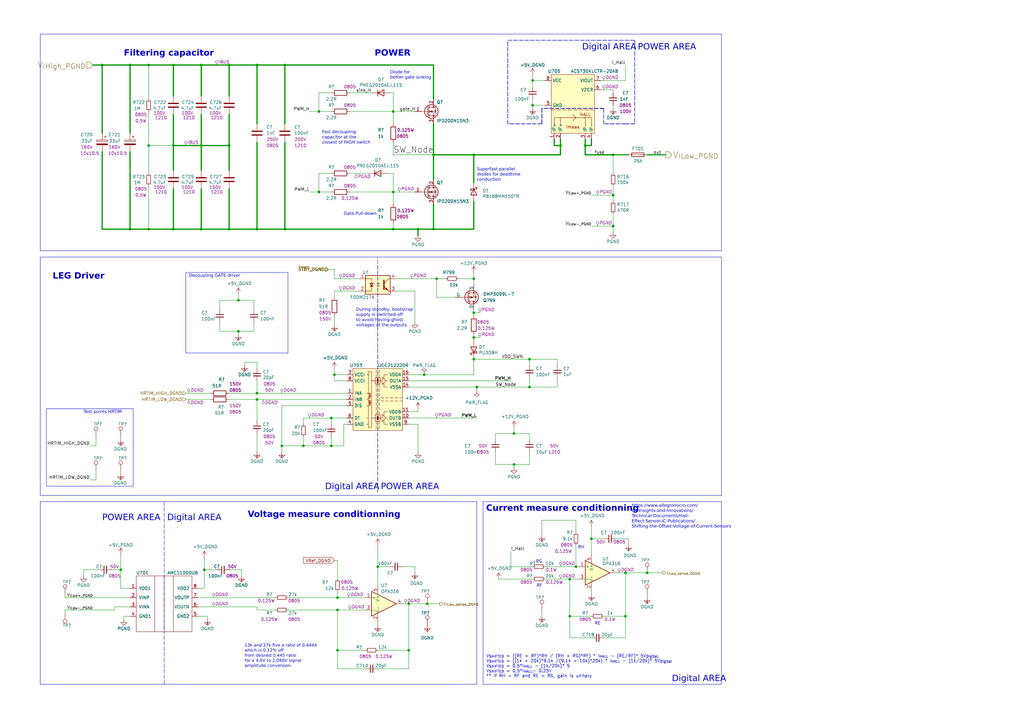
<source format=kicad_sch>
(kicad_sch (version 20231120) (generator "eeschema") (generator_version "8.0")
  (paper "A3")
  (title_block (title "OWNVERTER V1.1") (comment 1 "TWR"))
  (junction (at 236.22 232.41))
  (junction (at 60.96 26.67))
  (junction (at 240.03 59.69))
  (junction (at 71.12 93.98))
  (junction (at 233.68 237.49))
  (junction (at 83.82 233.68))
  (junction (at 210.82 177.8))
  (junction (at 233.68 252.73))
  (junction (at 194.31 147.32))
  (junction (at 97.79 135.89))
  (junction (at 124.46 182.88))
  (junction (at 161.29 45.72))
  (junction (at 60.96 59.69))
  (junction (at 137.16 153.67))
  (junction (at 161.29 78.74))
  (junction (at 195.58 158.75))
  (junction (at 138.43 266.7))
  (junction (at 105.41 26.67))
  (junction (at 49.53 233.68))
  (junction (at 82.55 26.67))
  (junction (at 256.54 234.95))
  (junction (at 177.8 93.98))
  (junction (at 217.17 147.32))
  (junction (at 53.34 26.67))
  (junction (at 82.55 93.98))
  (junction (at 60.96 93.98))
  (junction (at 265.43 234.95))
  (junction (at 173.99 153.67))
  (junction (at 105.41 161.29))
  (junction (at 218.44 43.18))
  (junction (at 194.31 63.5))
  (junction (at 161.29 93.98))
  (junction (at 154.94 232.41))
  (junction (at 229.87 59.69))
  (junction (at 130.81 78.74))
  (junction (at 251.46 92.71))
  (junction (at 105.41 163.83))
  (junction (at 71.12 26.67))
  (junction (at 135.89 171.45))
  (junction (at 116.84 93.98))
  (junction (at 194.31 138.43))
  (junction (at 210.82 190.5))
  (junction (at 171.45 93.98))
  (junction (at 138.43 250.19))
  (junction (at 93.98 93.98))
  (junction (at 135.89 182.88))
  (junction (at 41.91 26.67))
  (junction (at 116.84 26.67))
  (junction (at 242.57 220.98))
  (junction (at 130.81 45.72))
  (junction (at 167.64 247.65))
  (junction (at 93.98 59.69))
  (junction (at 218.44 33.02))
  (junction (at 217.17 158.75))
  (junction (at 105.41 93.98))
  (junction (at 97.79 123.19))
  (junction (at 179.07 114.3))
  (junction (at 175.26 247.65))
  (junction (at 251.46 80.01))
  (junction (at 138.43 245.11))
  (junction (at 71.12 59.69))
  (junction (at 167.64 266.7))
  (junction (at 82.55 59.69))
  (junction (at 177.8 63.5))
  (junction (at 53.34 93.98))
  (junction (at 251.46 63.5))
  (junction (at 194.31 114.3))
  (junction (at 93.98 26.67))
  (junction (at 194.31 128.27))
  (junction (at 115.57 182.88))
  (junction (at 256.54 252.73))
  (polyline (pts (xy 67.31 280.67) (xy 67.31 205.74)) (stroke (width 0) (type dash)))
  (wire (pts (xy 71.12 77.47) (xy 71.12 93.98)) (stroke (width 0.5)))
  (wire (pts (xy 167.64 153.67) (xy 173.99 153.67)))
  (wire (pts (xy 194.31 93.98) (xy 177.8 93.98)) (stroke (width 0.5)))
  (wire (pts (xy 82.55 69.85) (xy 82.55 59.69)) (stroke (width 0.5)))
  (wire (pts (xy 210.82 175.26) (xy 210.82 177.8)))
  (wire (pts (xy 82.55 26.67) (xy 82.55 39.37)) (stroke (width 0.5)))
  (wire (pts (xy 252.73 234.95) (xy 256.54 234.95)))
  (wire (pts (xy 161.29 78.74) (xy 161.29 83.82)))
  (wire (pts (xy 105.41 93.98) (xy 116.84 93.98)) (stroke (width 0.5)))
  (wire (pts (xy 53.34 26.67) (xy 60.96 26.67)) (stroke (width 0.5)))
  (wire (pts (xy 256.54 234.95) (xy 256.54 252.73)))
  (wire (pts (xy 105.41 248.92) (xy 105.41 250.19)))
  (wire (pts (xy 39.37 182.88) (xy 36.83 182.88)))
  (wire (pts (xy 247.65 252.73) (xy 256.54 252.73)))
  (wire (pts (xy 50.8 254) (xy 50.8 252.73)))
  (wire (pts (xy 39.37 193.04) (xy 39.37 196.85)))
  (wire (pts (xy 137.16 110.49) (xy 137.16 114.3)))
  (wire (pts (xy 171.45 173.99) (xy 167.64 173.99)))
  (wire (pts (xy 124.46 171.45) (xy 135.89 171.45)))
  (wire (pts (xy 60.96 26.67) (xy 60.96 40.64)))
  (wire (pts (xy 38.1 26.67) (xy 41.91 26.67)) (stroke (width 0.5)))
  (wire (pts (xy 93.98 26.67) (xy 105.41 26.67)) (stroke (width 0.5)))
  (wire (pts (xy 242.57 59.69) (xy 242.57 57.15)) (stroke (width 0.5)))
  (wire (pts (xy 137.16 114.3) (xy 147.32 114.3)))
  (wire (pts (xy 161.29 78.74) (xy 143.51 78.74)))
  (wire (pts (xy 100.33 148.59) (xy 105.41 148.59)))
  (polyline (pts (xy 222.25 50.8) (xy 208.28 50.8)) (stroke (width 0) (type dash)))
  (polyline (pts (xy 222.25 50.8) (xy 208.28 50.8)) (stroke (width 0) (type dash)))
  (polyline (pts (xy 222.25 50.8) (xy 208.28 50.8)) (stroke (width 0) (type dash)))
  (polyline (pts (xy 222.25 50.8) (xy 208.28 50.8)) (stroke (width 0) (type dash)))
  (wire (pts (xy 135.89 171.45) (xy 142.24 171.45)))
  (polyline (pts (xy 247.65 50.8) (xy 247.65 44.45)) (stroke (width 0) (type dash)))
  (polyline (pts (xy 247.65 50.8) (xy 247.65 44.45)) (stroke (width 0) (type dash)))
  (polyline (pts (xy 247.65 50.8) (xy 247.65 44.45)) (stroke (width 0) (type dash)))
  (polyline (pts (xy 247.65 50.8) (xy 247.65 44.45)) (stroke (width 0) (type dash)))
  (wire (pts (xy 105.41 177.8) (xy 105.41 185.42)))
  (wire (pts (xy 194.31 137.16) (xy 194.31 138.43)))
  (wire (pts (xy 105.41 26.67) (xy 116.84 26.67)) (stroke (width 0.5)))
  (wire (pts (xy 137.16 151.13) (xy 137.16 153.67)))
  (wire (pts (xy 228.6 158.75) (xy 228.6 154.94)))
  (wire (pts (xy 251.46 80.01) (xy 251.46 82.55)))
  (wire (pts (xy 167.64 247.65) (xy 167.64 266.7)))
  (wire (pts (xy 41.91 26.67) (xy 53.34 26.67)) (stroke (width 0.5)))
  (wire (pts (xy 71.12 46.99) (xy 71.12 59.69)) (stroke (width 0.5)))
  (wire (pts (xy 265.43 63.5) (xy 273.05 63.5)) (stroke (width 0.45)))
  (wire (pts (xy 60.96 26.67) (xy 71.12 26.67)) (stroke (width 0.5)))
  (wire (pts (xy 218.44 33.02) (xy 223.52 33.02)))
  (wire (pts (xy 46.99 248.92) (xy 46.99 250.19)))
  (wire (pts (xy 49.53 233.68) (xy 49.53 241.3)))
  (wire (pts (xy 130.81 45.72) (xy 135.89 45.72)))
  (wire (pts (xy 194.31 82.55) (xy 194.31 93.98)) (stroke (width 0.5)))
  (wire (pts (xy 143.51 45.72) (xy 161.29 45.72)))
  (wire (pts (xy 171.45 185.42) (xy 171.45 173.99)))
  (wire (pts (xy 83.82 228.6) (xy 83.82 233.68)))
  (wire (pts (xy 236.22 213.36) (xy 236.22 218.44)))
  (wire (pts (xy 81.28 248.92) (xy 105.41 248.92)))
  (wire (pts (xy 105.41 50.8) (xy 105.41 26.67)) (stroke (width 0.5)))
  (wire (pts (xy 118.11 245.11) (xy 138.43 245.11)))
  (wire (pts (xy 160.02 38.1) (xy 161.29 38.1)))
  (wire (pts (xy 93.98 26.67) (xy 93.98 39.37)) (stroke (width 0.5)))
  (wire (pts (xy 116.84 58.42) (xy 116.84 93.98)) (stroke (width 0.5)))
  (wire (pts (xy 97.79 120.65) (xy 97.79 123.19)))
  (wire (pts (xy 167.64 156.21) (xy 209.55 156.21)))
  (wire (pts (xy 41.91 93.98) (xy 53.34 93.98)) (stroke (width 0.5)))
  (wire (pts (xy 118.11 250.19) (xy 138.43 250.19)))
  (wire (pts (xy 93.98 77.47) (xy 93.98 93.98)) (stroke (width 0.5)))
  (wire (pts (xy 218.44 43.18) (xy 218.44 44.45)))
  (wire (pts (xy 60.96 76.2) (xy 60.96 93.98)))
  (wire (pts (xy 194.31 138.43) (xy 196.85 138.43)))
  (wire (pts (xy 82.55 77.47) (xy 82.55 93.98)) (stroke (width 0.5)))
  (wire (pts (xy 233.68 252.73) (xy 233.68 261.62)))
  (wire (pts (xy 97.79 135.89) (xy 97.79 137.16)))
  (wire (pts (xy 82.55 59.69) (xy 71.12 59.69)) (stroke (width 0.5)))
  (wire (pts (xy 39.37 179.07) (xy 39.37 182.88)))
  (wire (pts (xy 218.44 33.02) (xy 218.44 35.56)))
  (wire (pts (xy 171.45 93.98) (xy 171.45 96.52)) (stroke (width 0.5)))
  (wire (pts (xy 130.81 71.12) (xy 135.89 71.12)))
  (wire (pts (xy 115.57 166.37) (xy 115.57 182.88)))
  (wire (pts (xy 124.46 182.88) (xy 135.89 182.88)))
  (wire (pts (xy 217.17 177.8) (xy 210.82 177.8)))
  (wire (pts (xy 41.91 62.23) (xy 41.91 93.98)) (stroke (width 0.5)))
  (wire (pts (xy 161.29 91.44) (xy 161.29 93.98)))
  (wire (pts (xy 161.29 58.42) (xy 161.29 63.5)))
  (wire (pts (xy 116.84 93.98) (xy 161.29 93.98)) (stroke (width 0.5)))
  (wire (pts (xy 97.79 135.89) (xy 104.14 135.89)))
  (wire (pts (xy 204.47 237.49) (xy 218.44 237.49)))
  (wire (pts (xy 76.2 163.83) (xy 86.36 163.83)))
  (wire (pts (xy 26.67 245.11) (xy 53.34 245.11)))
  (wire (pts (xy 162.56 114.3) (xy 179.07 114.3)))
  (polyline (pts (xy 256.54 50.8) (xy 247.65 50.8)) (stroke (width 0) (type dash)))
  (polyline (pts (xy 256.54 50.8) (xy 247.65 50.8)) (stroke (width 0) (type dash)))
  (polyline (pts (xy 256.54 50.8) (xy 247.65 50.8)) (stroke (width 0) (type dash)))
  (polyline (pts (xy 256.54 50.8) (xy 247.65 50.8)) (stroke (width 0) (type dash)))
  (wire (pts (xy 60.96 93.98) (xy 71.12 93.98)) (stroke (width 0.5)))
  (wire (pts (xy 218.44 40.64) (xy 218.44 43.18)))
  (wire (pts (xy 81.28 252.73) (xy 85.09 252.73)))
  (wire (pts (xy 93.98 163.83) (xy 105.41 163.83)))
  (wire (pts (xy 137.16 156.21) (xy 142.24 156.21)))
  (wire (pts (xy 265.43 234.95) (xy 271.78 234.95)))
  (wire (pts (xy 203.2 177.8) (xy 203.2 180.34)))
  (wire (pts (xy 138.43 245.11) (xy 149.86 245.11)))
  (wire (pts (xy 210.82 190.5) (xy 210.82 191.77)))
  (wire (pts (xy 137.16 153.67) (xy 137.16 156.21)))
  (wire (pts (xy 99.06 236.22) (xy 99.06 233.68)))
  (wire (pts (xy 223.52 232.41) (xy 236.22 232.41)))
  (wire (pts (xy 194.31 116.84) (xy 194.31 114.3)))
  (wire (pts (xy 217.17 158.75) (xy 228.6 158.75)))
  (wire (pts (xy 222.25 250.19) (xy 222.25 252.73)))
  (wire (pts (xy 222.25 219.71) (xy 222.25 213.36)))
  (wire (pts (xy 218.44 30.48) (xy 218.44 33.02)))
  (wire (pts (xy 256.54 252.73) (xy 256.54 261.62)))
  (wire (pts (xy 167.64 247.65) (xy 175.26 247.65)))
  (wire (pts (xy 71.12 26.67) (xy 82.55 26.67)) (stroke (width 0.5)))
  (wire (pts (xy 161.29 45.72) (xy 161.29 50.8)))
  (wire (pts (xy 227.33 59.69) (xy 227.33 57.15)) (stroke (width 0.5)))
  (wire (pts (xy 142.24 161.29) (xy 105.41 161.29)))
  (wire (pts (xy 90.17 123.19) (xy 97.79 123.19)))
  (polyline (pts (xy 208.28 50.8) (xy 208.28 16.51)) (stroke (width 0) (type dash)))
  (polyline (pts (xy 208.28 50.8) (xy 208.28 16.51)) (stroke (width 0) (type dash)))
  (polyline (pts (xy 208.28 50.8) (xy 208.28 16.51)) (stroke (width 0) (type dash)))
  (polyline (pts (xy 208.28 50.8) (xy 208.28 16.51)) (stroke (width 0) (type dash)))
  (wire (pts (xy 177.8 63.5) (xy 194.31 63.5)) (stroke (width 0.5)))
  (wire (pts (xy 50.8 252.73) (xy 53.34 252.73)))
  (wire (pts (xy 203.2 177.8) (xy 210.82 177.8)))
  (wire (pts (xy 49.53 193.04) (xy 49.53 194.31)))
  (wire (pts (xy 256.54 33.02) (xy 246.38 33.02)))
  (wire (pts (xy 135.89 173.99) (xy 135.89 171.45)))
  (wire (pts (xy 251.46 36.83) (xy 251.46 38.1)))
  (wire (pts (xy 71.12 59.69) (xy 60.96 59.69)))
  (wire (pts (xy 53.34 62.23) (xy 53.34 93.98)) (stroke (width 0.5)))
  (wire (pts (xy 49.53 179.07) (xy 49.53 180.34)))
  (wire (pts (xy 217.17 149.86) (xy 217.17 147.32)))
  (wire (pts (xy 161.29 45.72) (xy 170.18 45.72)))
  (polyline (pts (xy 208.28 16.51) (xy 260.35 16.51)) (stroke (width 0) (type dash)))
  (polyline (pts (xy 208.28 16.51) (xy 260.35 16.51)) (stroke (width 0) (type dash)))
  (polyline (pts (xy 208.28 16.51) (xy 260.35 16.51)) (stroke (width 0) (type dash)))
  (polyline (pts (xy 208.28 16.51) (xy 260.35 16.51)) (stroke (width 0) (type dash)))
  (wire (pts (xy 256.54 26.67) (xy 256.54 33.02)))
  (wire (pts (xy 149.86 274.32) (xy 138.43 274.32)))
  (wire (pts (xy 251.46 71.12) (xy 251.46 63.5)))
  (wire (pts (xy 105.41 148.59) (xy 105.41 151.13)))
  (wire (pts (xy 177.8 50.8) (xy 177.8 63.5)) (stroke (width 0.5)))
  (polyline (pts (xy 260.35 16.51) (xy 260.35 50.8)) (stroke (width 0) (type dash)))
  (polyline (pts (xy 260.35 16.51) (xy 260.35 50.8)) (stroke (width 0) (type dash)))
  (polyline (pts (xy 260.35 16.51) (xy 260.35 50.8)) (stroke (width 0) (type dash)))
  (polyline (pts (xy 260.35 16.51) (xy 260.35 50.8)) (stroke (width 0) (type dash)))
  (wire (pts (xy 34.29 233.68) (xy 40.64 233.68)))
  (wire (pts (xy 187.96 114.3) (xy 194.31 114.3)))
  (wire (pts (xy 242.57 220.98) (xy 247.65 220.98)))
  (wire (pts (xy 85.09 252.73) (xy 85.09 254)))
  (wire (pts (xy 194.31 147.32) (xy 217.17 147.32)))
  (wire (pts (xy 242.57 80.01) (xy 251.46 80.01)))
  (wire (pts (xy 138.43 250.19) (xy 138.43 266.7)))
  (wire (pts (xy 167.64 158.75) (xy 195.58 158.75)))
  (wire (pts (xy 246.38 36.83) (xy 251.46 36.83)))
  (wire (pts (xy 124.46 179.07) (xy 124.46 182.88)))
  (wire (pts (xy 82.55 26.67) (xy 93.98 26.67)) (stroke (width 0.5)))
  (wire (pts (xy 140.97 173.99) (xy 140.97 182.88)))
  (wire (pts (xy 135.89 182.88) (xy 140.97 182.88)))
  (wire (pts (xy 130.81 71.12) (xy 130.81 78.74)))
  (wire (pts (xy 242.57 242.57) (xy 242.57 243.84)))
  (wire (pts (xy 167.64 247.65) (xy 165.1 247.65)))
  (wire (pts (xy 81.28 241.3) (xy 83.82 241.3)))
  (wire (pts (xy 161.29 93.98) (xy 171.45 93.98)) (stroke (width 0.5)))
  (wire (pts (xy 242.57 215.9) (xy 242.57 220.98)))
  (wire (pts (xy 81.28 245.11) (xy 113.03 245.11)))
  (wire (pts (xy 115.57 182.88) (xy 124.46 182.88)))
  (wire (pts (xy 251.46 76.2) (xy 251.46 80.01)))
  (wire (pts (xy 53.34 248.92) (xy 46.99 248.92)))
  (wire (pts (xy 257.81 220.98) (xy 252.73 220.98)))
  (wire (pts (xy 247.65 261.62) (xy 256.54 261.62)))
  (wire (pts (xy 104.14 132.08) (xy 104.14 135.89)))
  (wire (pts (xy 203.2 190.5) (xy 210.82 190.5)))
  (polyline (pts (xy 247.65 44.45) (xy 222.25 44.45)) (stroke (width 0) (type dash)))
  (polyline (pts (xy 247.65 44.45) (xy 222.25 44.45)) (stroke (width 0) (type dash)))
  (polyline (pts (xy 247.65 44.45) (xy 222.25 44.45)) (stroke (width 0) (type dash)))
  (polyline (pts (xy 247.65 44.45) (xy 222.25 44.45)) (stroke (width 0) (type dash)))
  (wire (pts (xy 134.62 110.49) (xy 137.16 110.49)))
  (wire (pts (xy 130.81 38.1) (xy 135.89 38.1)))
  (wire (pts (xy 251.46 63.5) (xy 257.81 63.5)) (stroke (width 0.45)))
  (wire (pts (xy 154.94 266.7) (xy 167.64 266.7)))
  (wire (pts (xy 105.41 163.83) (xy 105.41 172.72)))
  (wire (pts (xy 162.56 119.38) (xy 170.18 119.38)))
  (wire (pts (xy 171.45 167.64) (xy 171.45 168.91)))
  (wire (pts (xy 88.9 233.68) (xy 83.82 233.68)))
  (polyline (pts (xy 154.94 201.93) (xy 154.94 105.41)) (stroke (width 0) (type dash)))
  (polyline (pts (xy 154.94 201.93) (xy 154.94 109.22)) (stroke (width 0) (type dash)))
  (wire (pts (xy 170.18 232.41) (xy 165.1 232.41)))
  (wire (pts (xy 116.84 26.67) (xy 116.84 50.8)) (stroke (width 0.5)))
  (wire (pts (xy 251.46 92.71) (xy 251.46 95.25)))
  (wire (pts (xy 127 45.72) (xy 130.81 45.72)))
  (wire (pts (xy 195.58 158.75) (xy 217.17 158.75)))
  (wire (pts (xy 93.98 46.99) (xy 93.98 59.69)) (stroke (width 0.5)))
  (wire (pts (xy 152.4 38.1) (xy 143.51 38.1)))
  (wire (pts (xy 251.46 43.18) (xy 251.46 44.45)))
  (wire (pts (xy 209.55 226.06) (xy 209.55 232.41)))
  (wire (pts (xy 49.53 227.33) (xy 49.53 233.68)))
  (wire (pts (xy 116.84 26.67) (xy 177.8 26.67)) (stroke (width 0.5)))
  (wire (pts (xy 218.44 43.18) (xy 223.52 43.18)))
  (wire (pts (xy 154.94 255.27) (xy 154.94 256.54)))
  (wire (pts (xy 82.55 59.69) (xy 82.55 46.99)) (stroke (width 0.5)))
  (wire (pts (xy 242.57 252.73) (xy 233.68 252.73)))
  (wire (pts (xy 228.6 147.32) (xy 228.6 149.86)))
  (wire (pts (xy 137.16 153.67) (xy 142.24 153.67)))
  (wire (pts (xy 137.16 119.38) (xy 137.16 121.92)))
  (wire (pts (xy 177.8 83.82) (xy 177.8 93.98)) (stroke (width 0.5)))
  (wire (pts (xy 135.89 78.74) (xy 130.81 78.74)))
  (wire (pts (xy 90.17 135.89) (xy 97.79 135.89)))
  (wire (pts (xy 104.14 123.19) (xy 104.14 127)))
  (wire (pts (xy 194.31 127) (xy 194.31 128.27)))
  (wire (pts (xy 210.82 190.5) (xy 217.17 190.5)))
  (wire (pts (xy 170.18 119.38) (xy 170.18 132.08)))
  (wire (pts (xy 90.17 123.19) (xy 90.17 127)))
  (wire (pts (xy 104.14 123.19) (xy 97.79 123.19)))
  (wire (pts (xy 256.54 234.95) (xy 265.43 234.95)))
  (wire (pts (xy 161.29 38.1) (xy 161.29 45.72)))
  (wire (pts (xy 237.49 232.41) (xy 236.22 232.41)))
  (wire (pts (xy 90.17 132.08) (xy 90.17 135.89)))
  (wire (pts (xy 26.67 250.19) (xy 46.99 250.19)))
  (wire (pts (xy 71.12 59.69) (xy 71.12 69.85)) (stroke (width 0.5)))
  (polyline (pts (xy 247.65 44.45) (xy 246.38 44.45)) (stroke (width 0) (type dash)))
  (polyline (pts (xy 247.65 44.45) (xy 246.38 44.45)) (stroke (width 0) (type dash)))
  (polyline (pts (xy 247.65 44.45) (xy 246.38 44.45)) (stroke (width 0) (type dash)))
  (polyline (pts (xy 247.65 44.45) (xy 246.38 44.45)) (stroke (width 0) (type dash)))
  (wire (pts (xy 217.17 177.8) (xy 217.17 180.34)))
  (wire (pts (xy 217.17 185.42) (xy 217.17 190.5)))
  (wire (pts (xy 71.12 93.98) (xy 82.55 93.98)) (stroke (width 0.5)))
  (wire (pts (xy 83.82 233.68) (xy 83.82 241.3)))
  (wire (pts (xy 167.64 266.7) (xy 167.64 274.32)))
  (wire (pts (xy 240.03 59.69) (xy 242.57 59.69)) (stroke (width 0.5)))
  (wire (pts (xy 217.17 147.32) (xy 228.6 147.32)))
  (wire (pts (xy 236.22 223.52) (xy 236.22 232.41)))
  (wire (pts (xy 240.03 63.5) (xy 251.46 63.5)) (stroke (width 0.5)))
  (wire (pts (xy 194.31 138.43) (xy 194.31 139.7)))
  (wire (pts (xy 177.8 26.67) (xy 177.8 40.64)) (stroke (width 0.5)))
  (wire (pts (xy 175.26 247.65) (xy 180.34 247.65)))
  (wire (pts (xy 115.57 182.88) (xy 115.57 185.42)))
  (wire (pts (xy 26.67 251.46) (xy 26.67 250.19)))
  (wire (pts (xy 194.31 128.27) (xy 196.85 128.27)))
  (wire (pts (xy 143.51 71.12) (xy 151.13 71.12)))
  (wire (pts (xy 53.34 26.67) (xy 53.34 54.61)) (stroke (width 0.5)))
  (wire (pts (xy 154.94 274.32) (xy 167.64 274.32)))
  (wire (pts (xy 242.57 261.62) (xy 233.68 261.62)))
  (wire (pts (xy 229.87 59.69) (xy 227.33 59.69)) (stroke (width 0.5)))
  (wire (pts (xy 71.12 26.67) (xy 71.12 39.37)) (stroke (width 0.5)))
  (wire (pts (xy 194.31 128.27) (xy 194.31 129.54)))
  (wire (pts (xy 179.07 114.3) (xy 182.88 114.3)))
  (wire (pts (xy 135.89 179.07) (xy 135.89 182.88)))
  (wire (pts (xy 49.53 241.3) (xy 53.34 241.3)))
  (wire (pts (xy 257.81 223.52) (xy 257.81 220.98)))
  (wire (pts (xy 41.91 26.67) (xy 41.91 54.61)) (stroke (width 0.5)))
  (wire (pts (xy 154.94 223.52) (xy 154.94 232.41)))
  (wire (pts (xy 105.41 250.19) (xy 113.03 250.19)))
  (wire (pts (xy 39.37 196.85) (xy 36.83 196.85)))
  (wire (pts (xy 130.81 38.1) (xy 130.81 45.72)))
  (wire (pts (xy 251.46 87.63) (xy 251.46 92.71)))
  (wire (pts (xy 60.96 45.72) (xy 60.96 59.69)))
  (wire (pts (xy 194.31 114.3) (xy 194.31 111.76)))
  (wire (pts (xy 233.68 237.49) (xy 237.49 237.49)))
  (wire (pts (xy 127 78.74) (xy 130.81 78.74)))
  (wire (pts (xy 240.03 59.69) (xy 240.03 63.5)) (stroke (width 0.5)))
  (wire (pts (xy 229.87 59.69) (xy 229.87 63.5)) (stroke (width 0.5)))
  (wire (pts (xy 240.03 57.15) (xy 240.03 59.69)) (stroke (width 0.5)))
  (wire (pts (xy 170.18 234.95) (xy 170.18 232.41)))
  (wire (pts (xy 203.2 185.42) (xy 203.2 190.5)))
  (wire (pts (xy 229.87 57.15) (xy 229.87 59.69)) (stroke (width 0.5)))
  (wire (pts (xy 161.29 63.5) (xy 177.8 63.5)))
  (wire (pts (xy 142.24 166.37) (xy 115.57 166.37)))
  (wire (pts (xy 105.41 163.83) (xy 142.24 163.83)))
  (wire (pts (xy 171.45 168.91) (xy 167.64 168.91)))
  (wire (pts (xy 137.16 133.35) (xy 137.16 129.54)))
  (wire (pts (xy 45.72 233.68) (xy 49.53 233.68)))
  (wire (pts (xy 195.58 158.75) (xy 195.58 160.02)))
  (wire (pts (xy 99.06 233.68) (xy 93.98 233.68)))
  (wire (pts (xy 138.43 266.7) (xy 138.43 274.32)))
  (wire (pts (xy 93.98 59.69) (xy 93.98 69.85)) (stroke (width 0.5)))
  (wire (pts (xy 26.67 245.11) (xy 26.67 243.84)))
  (wire (pts (xy 177.8 63.5) (xy 177.8 73.66)) (stroke (width 0.5)))
  (wire (pts (xy 105.41 161.29) (xy 93.98 161.29)))
  (wire (pts (xy 265.43 245.11) (xy 265.43 243.84)))
  (wire (pts (xy 76.2 161.29) (xy 86.36 161.29)))
  (wire (pts (xy 60.96 59.69) (xy 60.96 71.12)))
  (wire (pts (xy 34.29 236.22) (xy 34.29 233.68)))
  (wire (pts (xy 209.55 232.41) (xy 218.44 232.41)))
  (wire (pts (xy 142.24 173.99) (xy 140.97 173.99)))
  (wire (pts (xy 154.94 232.41) (xy 154.94 240.03)))
  (wire (pts (xy 138.43 229.87) (xy 138.43 237.49)))
  (wire (pts (xy 242.57 220.98) (xy 242.57 227.33)))
  (wire (pts (xy 222.25 213.36) (xy 236.22 213.36)))
  (wire (pts (xy 138.43 242.57) (xy 138.43 245.11)))
  (wire (pts (xy 233.68 237.49) (xy 233.68 252.73)))
  (wire (pts (xy 105.41 58.42) (xy 105.41 93.98)) (stroke (width 0.5)))
  (wire (pts (xy 173.99 153.67) (xy 194.31 153.67)))
  (wire (pts (xy 167.64 171.45) (xy 195.58 171.45)))
  (wire (pts (xy 124.46 171.45) (xy 124.46 173.99)))
  (wire (pts (xy 158.75 71.12) (xy 161.29 71.12)))
  (wire (pts (xy 161.29 78.74) (xy 170.18 78.74)))
  (wire (pts (xy 82.55 93.98) (xy 93.98 93.98)) (stroke (width 0.5)))
  (wire (pts (xy 53.34 93.98) (xy 60.96 93.98)) (stroke (width 0.5)))
  (wire (pts (xy 161.29 71.12) (xy 161.29 78.74)))
  (wire (pts (xy 138.43 229.87) (xy 137.16 229.87)))
  (wire (pts (xy 138.43 266.7) (xy 149.86 266.7)))
  (wire (pts (xy 179.07 121.92) (xy 186.69 121.92)))
  (wire (pts (xy 171.45 93.98) (xy 177.8 93.98)) (stroke (width 0.5)))
  (wire (pts (xy 138.43 250.19) (xy 149.86 250.19)))
  (wire (pts (xy 194.31 63.5) (xy 229.87 63.5)) (stroke (width 0.5)))
  (wire (pts (xy 194.31 63.5) (xy 194.31 74.93)) (stroke (width 0.5)))
  (wire (pts (xy 194.31 147.32) (xy 194.31 153.67)))
  (wire (pts (xy 93.98 93.98) (xy 105.41 93.98)) (stroke (width 0.5)))
  (wire (pts (xy 137.16 119.38) (xy 147.32 119.38)))
  (wire (pts (xy 100.33 149.86) (xy 100.33 148.59)))
  (wire (pts (xy 217.17 154.94) (xy 217.17 158.75)))
  (wire (pts (xy 154.94 232.41) (xy 160.02 232.41)))
  (polyline (pts (xy 222.25 44.45) (xy 222.25 50.8)) (stroke (width 0) (type dash)))
  (polyline (pts (xy 222.25 44.45) (xy 222.25 50.8)) (stroke (width 0) (type dash)))
  (polyline (pts (xy 222.25 44.45) (xy 222.25 50.8)) (stroke (width 0) (type dash)))
  (polyline (pts (xy 222.25 44.45) (xy 222.25 50.8)) (stroke (width 0) (type dash)))
  (wire (pts (xy 223.52 237.49) (xy 233.68 237.49)))
  (wire (pts (xy 242.57 92.71) (xy 251.46 92.71)))
  (wire (pts (xy 93.98 59.69) (xy 82.55 59.69)) (stroke (width 0.5)))
  (wire (pts (xy 105.41 161.29) (xy 105.41 156.21)))
  (wire (pts (xy 179.07 114.3) (xy 179.07 121.92)))
  (polyline (pts (xy 260.35 50.8) (xy 256.54 50.8)) (stroke (width 0) (type dash)))
  (polyline (pts (xy 260.35 50.8) (xy 256.54 50.8)) (stroke (width 0) (type dash)))
  (polyline (pts (xy 260.35 50.8) (xy 256.54 50.8)) (stroke (width 0) (type dash)))
  (polyline (pts (xy 260.35 50.8) (xy 256.54 50.8)) (stroke (width 0) (type dash)))
  (rectangle (start 19.05 167.64) (end 54.61 199.39))
  (rectangle (start 16.51 105.41) (end 295.91 203.2))
  (rectangle (start 76.2 111.76) (end 118.11 144.78))
  (rectangle (start 198.12 205.74) (end 295.91 280.67))
  (rectangle (start 16.51 205.74) (end 195.58 280.67))
  (rectangle (start 16.51 13.97) (end 295.91 102.87))
  (text "RH" (at 236.982 225.298 0) (effects (font (size 1.27 1.27)) (justify left bottom)))
  (text "Filtering capacitor" (at 50.8 24.13 0) (effects (font (size 2.54 2.54) (thickness 0.508) (bold yes)) (justify left bottom)))
  (text "https://www.allegromicro.com/\nen/Insights-and-Innovations/\nTechnical-Documents/Hall-\nEffect-Sensor-IC-Publications/\nShifting-the-Offset-Voltage-of-Current-Sensors" (at 259.08 217.17 0) (effects (font (size 1.27 1.27)) (justify left bottom)))
  (text "LEG Driver" (at 21.59 115.57 0) (effects (font (size 2.54 2.54) (thickness 0.508) (bold yes)) (justify left bottom)))
  (text "Digital AREA\n" (at 275.59 280.67 0) (effects (font (size 2.54 2.54)) (justify left bottom)))
  (text "POWER AREA\n" (at 156.21 201.93 0) (effects (font (size 2.54 2.54)) (justify left bottom)))
  (text "RE" (at 243.84 256.54 0) (effects (font (size 1.27 1.27)) (justify left bottom)))
  (text "Diode for\nbetter gate sinking\n" (at 160.02 33.02 0) (effects (font (size 1.27 1.27)) (justify left bottom)))
  (text "Test points HRTIM\n" (at 34.29 170.18 0) (effects (font (size 1.27 1.27)) (justify left bottom)))
  (text "POWER" (at 153.67 24.13 0) (effects (font (size 2.54 2.54) (thickness 0.508) (bold yes)) (justify left bottom)))
  (text "Current measure conditionning\n" (at 199.39 210.82 0) (effects (font (size 2.54 2.54) (thickness 0.508) (bold yes)) (justify left bottom)))
  (text "Voltage measure conditionning\n" (at 101.6 213.36 0) (effects (font (size 2.54 2.54) (thickness 0.508) (bold yes)) (justify left bottom)))
  (text "Digital AREA\n" (at 68.58 214.63 0) (effects (font (size 2.54 2.54)) (justify left bottom)))
  (text "Digital AREA\n" (at 133.35 201.93 0) (effects (font (size 2.54 2.54)) (justify left bottom)))
  (text "During standby, bootstrap \nsupply is switched off \nto avoid having ghost\nvoltages at the outputs" (at 146.05 134.62 0) (effects (font (size 1.27 1.27)) (justify left bottom)))
  (text "13k and 27k five a ratio of 0.4444\nwhich is 0.12% off\nfrom desired 0.445 ratio \nfor a 4,6V to 2,048V signal \namplitude conversion. " (at 100.33 274.32 0) (effects (font (size 1.2446 1.2446)) (justify left bottom)))
  (text "POWER AREA\n" (at 41.91 214.63 0) (effects (font (size 2.54 2.54)) (justify left bottom)))
  (text "Gate Pull-down" (at 140.97 88.9 0) (effects (font (size 1.27 1.27)) (justify left bottom)))
  (text "V_{SHIFTED} = ((RE + RF)*RH / (RH + RG)*RF) * I_{HALL} - (RE/RF)* 5V_{Digital}\nV_{SHIFTED} = ((1k + 20k)*9.1k /(9.1k + 10k)*20k) * I_{HALL} - (1k/20k)* 5V_{Digital}\nV_{SHIFTED} = 0,5*I_{HALL} - (1k/20k)* 5\nV_{SHIFTED} = 0,5*I_{HALL}- 0.25V\n** If RH = RF and RE = RG, gain is unitary\n" (at 199.39 278.13 0) (effects (font (size 1.27 1.27)) (justify left bottom)))
  (text "Digital AREA\n" (at 238.76 21.59 0) (effects (font (size 2.54 2.54)) (justify left bottom)))
  (text "RG" (at 219.71 231.14 0) (effects (font (size 1.27 1.27)) (justify left bottom)))
  (text "RF" (at 219.964 241.046 0) (effects (font (size 1.27 1.27)) (justify left bottom)))
  (text "Superfast parallel\ndiodes for deadtime \nconduction\n" (at 195.58 74.93 0) (effects (font (size 1.27 1.27)) (justify left bottom)))
  (text "POWER AREA\n" (at 261.62 21.59 0) (effects (font (size 2.54 2.54)) (justify left bottom)))
  (text "Decoupling GATE driver" (at 77.47 114.3 0) (effects (font (size 1.27 1.27)) (justify left bottom)))
  (text "Fast decoupling \ncapacitor at the\nclosest of HIGH switch" (at 132.08 59.69 0) (effects (font (size 1.27 1.27)) (justify left bottom)))
  (label "I_Hall" (at 256.54 26.67 180))
  (label "V_{ILow-_PGND}" (at 242.57 92.71 180))
  (label "V_{ILow+_PGND}" (at 38.1 245.11 180))
  (label "PWM_H" (at 127 45.72 180))
  (label "HRTIM_HIGH_DGND" (at 36.83 182.88 180))
  (label "PWM_L" (at 127 78.74 180))
  (label "PWM_L" (at 195.58 171.45 180))
  (label "PWM_L" (at 195.58 171.45 180))
  (label "PWM_H" (at 209.55 156.21 180))
  (label "I_Hall" (at 209.55 226.06 0))
  (label "out" (at 267.97 63.5 0))
  (label "V_{ILow+_PGND}" (at 242.57 80.01 180))
  (label "PWM_H" (at 209.55 156.21 180))
  (label "V_{ILow-_PGND}" (at 38.1 250.19 180))
  (label "SW_Node" (at 203.2 158.75 0))
  (label "gate_H" (at 163.83 45.72 0))
  (label "SW_Node" (at 161.29 63.5 0) (effects (font (size 2.4892 2.4892))))
  (label "VDD_SWN" (at 205.74 147.32 0))
  (label "HRTIM_LOW_DGND" (at 36.83 196.85 180))
  (label "fuse" (at 243.84 63.5 0))
  (label "sink_H" (at 146.05 38.1 0))
  (global_label "VRef_DGND" (shape input) (at 137.16 229.87 180) (property "Intersheetrefs" "${INTERSHEET_REFS}" (effects (hide yes))))
  (hierarchical_label "I_{ILow_sense_DGND}" (shape output) (at 271.78 234.95 0))
  (hierarchical_label "V_{IHigh_PGND}" (shape input) (at 38.1 26.67 180) (effects (font (size 2.54 2.54))))
  (hierarchical_label "~{STBY}_DGND" (shape input) (at 134.62 110.49 180))
  (hierarchical_label "V_{ILow_PGND}" (shape output) (at 273.05 63.5 0) (effects (font (size 2.54 2.54))))
  (hierarchical_label "V_{ILow_sense_DGND}" (shape output) (at 180.34 247.65 0))
  (hierarchical_label "~{STBY}_DGND" (shape input) (at 134.62 110.49 180))
  (hierarchical_label "~{STBY}_DGND" (shape input) (at 134.62 110.49 180))
  (hierarchical_label "HRTIM_HIGH_DGND" (shape input) (at 76.2 161.29 180))
  (hierarchical_label "~{STBY}_DGND" (shape input) (at 134.62 110.49 180))
  (hierarchical_label "HRTIM_LOW_DGND" (shape input) (at 76.2 163.83 180))
  (netclass_flag "" (length 1.27) (shape round) (at 87.63 248.92 0) (property "Netclass" "DGND" (at 88.2396 247.65 0) (effects (font (italic yes)) (justify left))))
  (netclass_flag "" (length 1.27) (shape round) (at 143.51 250.19 0) (property "Netclass" "DGND" (at 144.1196 248.92 0) (effects (font (italic yes)) (justify left))))
  (netclass_flag "" (length 1.27) (shape round) (at 245.11 92.71 0) (property "Netclass" "PGND" (at 245.7196 91.44 0) (effects (font (italic yes)) (justify left))))
  (netclass_flag "" (length 1.27) (shape round) (at 247.65 33.02 0) (property "Netclass" "DGND" (at 248.2596 31.75 0) (effects (font (italic yes)) (justify left))))
  (netclass_flag "" (length 1.27) (shape round) (at 247.65 36.83 0) (property "Netclass" "DGND" (at 248.2596 35.56 0) (effects (font (italic yes)) (justify left))))
  (netclass_flag "" (length 1.27) (shape round) (at 254 234.95 0) (property "Netclass" "DGND" (at 254.6096 233.68 0) (effects (font (italic yes)) (justify left))))
  (netclass_flag "" (length 1.27) (shape round) (at 107.95 163.83 180) (property "Netclass" "DGND" (at 108.5596 165.1 0) (effects (font (italic yes)) (justify left))))
  (netclass_flag "" (length 1.27) (shape round) (at 76.2 59.69 0) (property "Netclass" "IBUS" (at 76.8096 58.42 0) (effects (font (italic yes)) (justify left))))
  (netclass_flag "" (length 1.27) (shape round) (at 196.85 138.43 0) (property "Netclass" "PGND" (at 197.4596 137.16 0) (effects (font (italic yes)) (justify left))))
  (netclass_flag "" (length 1.27) (shape round) (at 245.11 80.01 0) (property "Netclass" "PGND" (at 245.7196 78.74 0) (effects (font (italic yes)) (justify left))))
  (netclass_flag "" (length 1.27) (shape round) (at 163.83 78.74 0) (property "Netclass" "PGND" (at 164.4396 77.47 0) (effects (font (italic yes)) (justify left))))
  (netclass_flag "" (length 1.27) (shape round) (at 139.7 119.38 0) (property "Netclass" "DGND" (at 140.3096 118.11 0) (effects (font (italic yes)) (justify left))))
  (netclass_flag "" (length 1.27) (shape round) (at 168.91 114.3 0) (property "Netclass" "PGND" (at 169.5196 113.03 0) (effects (font (italic yes)) (justify left))))
  (netclass_flag "" (length 1.27) (shape round) (at 146.05 71.12 180) (property "Netclass" "PGND" (at 146.6596 72.39 0) (effects (font (italic yes)) (justify left))))
  (netclass_flag "" (length 1.27) (shape round) (at 166.37 247.65 0) (property "Netclass" "DGND" (at 166.9796 246.38 0) (effects (font (italic yes)) (justify left))))
  (netclass_flag "" (length 1.27) (shape round) (at 139.7 114.3 0) (property "Netclass" "DGND" (at 140.3096 113.03 0) (effects (font (italic yes)) (justify left))))
  (netclass_flag "" (length 1.27) (shape round) (at 143.0675 245.11 0) (property "Netclass" "DGND" (at 143.6771 243.84 0) (effects (font (italic yes)) (justify left))))
  (netclass_flag "" (length 1.27) (shape round) (at 229.87 237.49 0) (property "Netclass" "DGND" (at 230.4796 236.22 0) (effects (font (italic yes)) (justify left))))
  (netclass_flag "" (length 1.27) (shape round) (at 229.87 232.41 0) (property "Netclass" "DGND" (at 230.4796 231.14 0) (effects (font (italic yes)) (justify left))))
  (netclass_flag "" (length 1.27) (shape round) (at 179.07 171.45 0) (property "Netclass" "PGND" (at 179.6796 170.18 0) (effects (font (italic yes)) (justify left))))
  (netclass_flag "" (length 1.27) (shape round) (at 88.9 26.67 0) (property "Netclass" "IBUS" (at 89.5096 25.4 0) (effects (font (italic yes)) (justify left))))
  (netclass_flag "" (length 1.27) (shape round) (at 127 171.45 0) (property "Netclass" "DGND" (at 127.6096 170.18 0) (effects (font (italic yes)) (justify left))))
  (netclass_flag "" (length 1.27) (shape round) (at 77.47 163.83 180) (property "Netclass" "DGND" (at 78.0796 165.1 0) (effects (font (italic yes)) (justify left))))
  (netclass_flag "" (length 1.27) (shape round) (at 77.47 161.29 0) (property "Netclass" "DGND" (at 78.0796 160.02 0) (effects (font (italic yes)) (justify left))))
  (netclass_flag "" (length 1.27) (shape round) (at 196.85 128.27 0) (property "Netclass" "PGND" (at 197.4596 127 0) (effects (font (italic yes)) (justify left))))
  (netclass_flag "" (length 1.27) (shape round) (at 115.57 161.29 0) (property "Netclass" "DGND" (at 116.1796 160.02 0) (effects (font (italic yes)) (justify left))))
  (netclass_flag "" (length 1.27) (shape round) (at 87.63 245.11 0) (property "Netclass" "DGND" (at 88.2396 243.84 0) (effects (font (italic yes)) (justify left))))
  (symbol (lib_id "Connector:TestPoint") (at 26.67 243.84 0) (mirror y) (unit 1) (in_bom no) (on_board no)
    (property "Reference" "TP?" (at 29.21 238.76 0) (effects (justify left)))
    (property "Value" "TestPoint" (effects (hide yes)))
    (property "Footprint" "Footprints:TestPoint_THTPad_D1.5mm_Drill0.7mm" (effects (hide yes)))
    (property "DNP" "x" (effects (hide yes)))
  )
  (symbol (lib_id "power:PWR_FLAG") (at 173.99 153.67 0) (unit 1)
    (property "Reference" "#FLG0701" (effects (hide yes)))
    (property "Value" "PWR_FLAG" (at 173.99 149.86 0))
    (instances (project "ownverter" (path "" (reference "#FLG0701") (unit 1)) (path "" (reference "#FLG0601") (unit 1)) (path "" (reference "#FLG0801") (unit 1))))
  )
  (symbol (lib_id "Device:C_Polarized") (at 53.34 58.42 0) (mirror y) (unit 1)
    (property "Reference" "C721" (at 49.53 55.245 0) (effects (justify left)))
    (property "Value" "33uF" (at 49.53 57.785 0) (effects (justify left)))
    (property "Footprint" "Capacitor_SMD:CP_Elec_10x10.5" (effects (hide yes)))
    (property "Datasheet" "${KIPRJMOD}\\datasheet\\e_ult-3082331.pdf" (effects (hide yes)))
    (property "Voltage" "160V" (at 46.99 60.325 0))
    (property "manf#" "ULT2C330MNL1GS" (effects (hide yes)))
    (property "Package" "10x10.5" (at 48.26 62.865 0))
    (instances (project "ownverter" (path "" (reference "C721") (unit 1)) (path "" (reference "C621") (unit 1)) (path "" (reference "C821") (unit 1))))
  )
  (symbol (lib_id "Device:R_Small") (at 152.4 266.7 90) (unit 1)
    (property "Reference" "R?" (at 148.59 265.43 90) (effects (justify left)))
    (property "Value" "12k" (at 158.75 265.43 90) (effects (justify left)))
    (property "Footprint" "Footprints:R_0805_2012Metric" (effects (hide yes)))
    (property "Datasheet" "${KIPRJMOD}\\datasheet\\cr-1858361.pdf" (effects (hide yes)))
    (property "manf#" "CR0805-FX-1202ELF" (effects (hide yes)))
    (property "DNP" "x" (effects (hide yes)))
    (property "Power" "0.125W" (at 157.48 269.24 90))
    (property "Package" "0805" (at 149.86 269.24 90))
  )
  (symbol (lib_id "Symbols:DGND") (at 85.09 254 0) (unit 1)
    (property "Reference" "#PWR?" (effects (hide yes)))
    (property "Value" "DGND" (at 85.09 257.81 0))
  )
  (symbol (lib_id "Device:C_Small") (at 135.89 176.53 0) (unit 1)
    (property "Reference" "C?" (at 128.27 173.99 0) (effects (justify left)))
    (property "Value" "100nF" (at 128.27 176.53 0) (effects (justify left)))
    (property "Footprint" "Footprints:C_0805_2012Metric" (effects (hide yes)))
    (property "Datasheet" "${KIPRJMOD}\\datasheet\\KEM_C1002_X7R_SMD-3316098.pdf" (effects (hide yes)))
    (property "DNP" "x" (effects (hide yes)))
    (property "Package" "0805" (at 130.81 181.61 0))
    (property "Voltage" "50V" (at 130.81 179.07 0))
    (property "manf#" "C0805C104K5RACTU" (effects (hide yes)))
  )
  (symbol (lib_id "Symbols:PGND") (at 170.18 132.08 0) (unit 1)
    (property "Reference" "#PWR?" (effects (hide yes)))
    (property "Value" "PGND" (at 170.18 135.89 0))
  )
  (symbol (lib_id "Device:C_Small") (at 105.41 175.26 0) (unit 1)
    (property "Reference" "C?" (at 107.7468 174.0916 0) (effects (justify left)))
    (property "Value" "20pF" (at 107.7468 176.403 0) (effects (justify left)))
    (property "Footprint" "Footprints:C_0805_2012Metric" (effects (hide yes)))
    (property "Datasheet" "${KIPRJMOD}\\datasheet\\UPY_GP_NP0_16V_to_50V_18-1730511.pdf" (effects (hide yes)))
    (property "manf#" "CC0805JRNPO9BN200" (effects (hide yes)))
    (property "DNP" "x" (effects (hide yes)))
    (property "Package" "0805" (at 110.49 179.07 0))
    (property "Voltage" "50V" (at 110.49 181.61 0))
  )
  (symbol (lib_id "Device:R") (at 139.7 71.12 90) (unit 1)
    (property "Reference" "R?" (at 135.89 68.58 90))
    (property "Value" "2.2R" (at 135.89 73.66 90))
    (property "Footprint" "Footprints:R_0805_2012Metric" (effects (hide yes)))
    (property "Datasheet" "${KIPRJMOD}\\datasheet\\cr-1858361.pdf" (effects (hide yes)))
    (property "manf#" "CR0805AF/-2R20EAS" (effects (hide yes)))
    (property "DNP" "x" (effects (hide yes)))
    (property "Package" "0805" (at 143.51 68.58 90))
    (property "Power" "0.125W" (effects (hide yes)))
  )
  (symbol (lib_id "Device:C_Small") (at 203.2 182.88 0) (unit 1)
    (property "Reference" "C?" (at 190.5 182.88 0) (effects (justify left)))
    (property "Value" "100nF" (at 190.5 185.42 0) (effects (justify left)))
    (property "Footprint" "Footprints:C_0805_2012Metric" (effects (hide yes)))
    (property "Datasheet" "${KIPRJMOD}\\datasheet\\KEM_C1002_X7R_SMD-3316098.pdf" (effects (hide yes)))
    (property "manf#" "C0805C104K5RACTU" (effects (hide yes)))
    (property "DNP" "x" (effects (hide yes)))
    (property "Package" "0805" (at 198.12 185.42 0))
    (property "Voltage" "50V" (at 198.12 182.88 0))
  )
  (symbol (lib_id "Device:R_Small") (at 245.11 252.73 90) (unit 1)
    (property "Reference" "R?" (at 241.3 251.46 90) (effects (justify left)))
    (property "Value" "1k" (at 251.46 251.46 90) (effects (justify left)))
    (property "Footprint" "Footprints:R_0805_2012Metric" (effects (hide yes)))
    (property "Datasheet" "${KIPRJMOD}\\datasheet\\cr-1858361.pdf" (effects (hide yes)))
    (property "manf#" "CR0805-FX-1001ELF" (effects (hide yes)))
    (property "DNP" "x" (effects (hide yes)))
    (property "Package" "0805" (at 240.03 254 90))
    (property "Power" "0.1W" (at 250.19 254 90))
  )
  (symbol (lib_id "Isolator:SFH617A-2X009T") (at 154.94 116.84 0) (unit 1)
    (property "Reference" "U?" (at 149.86 111.76 0))
    (property "Value" "FODM217A" (at 148.59 121.92 0))
    (property "Footprint" "Package_SO:SO-4_4.4x2.3mm_P1.27mm" (effects (hide yes)))
    (property "Datasheet" "${KIPRJMOD}\\datasheet\\FODM214_D-2313384.pdf" (effects (hide yes)))
    (property "DNP" "x" (effects (hide yes)))
    (property "manf#" "FODM217A" (effects (hide yes)))
  )
  (symbol (lib_id "Device:C_Small") (at 43.18 233.68 90) (mirror x) (unit 1)
    (property "Reference" "C?" (at 41.91 232.41 90) (effects (justify left)))
    (property "Value" "100nF" (at 43.18 236.22 90) (effects (justify left)))
    (property "Footprint" "Footprints:C_0805_2012Metric" (effects (hide yes)))
    (property "Datasheet" "${KIPRJMOD}\\datasheet\\KEM_C1002_X7R_SMD-3316098.pdf" (effects (hide yes)))
    (property "manf#" "C0805C104K5RACTU" (effects (hide yes)))
    (property "DNP" "x" (effects (hide yes)))
    (property "Voltage" "50V" (at 46.99 232.41 90))
    (property "Package" "0805" (at 46.99 236.22 90))
  )
  (symbol (lib_id "Device:R_Small") (at 220.98 232.41 90) (unit 1)
    (property "Reference" "R?" (at 219.71 231.14 90) (effects (justify left)))
    (property "Value" "10k" (at 227.33 231.14 90) (effects (justify left)))
    (property "Footprint" "Footprints:R_0805_2012Metric" (effects (hide yes)))
    (property "Datasheet" "${KIPRJMOD}\\datasheet\\CRT-1649066.pdf" (effects (hide yes)))
    (property "manf#" "CRT0805-FZ-1002ELF" (effects (hide yes)))
    (property "DNP" "x" (effects (hide yes)))
    (property "Package" "0805" (at 215.9 233.68 90))
    (property "Power" "0.1W" (at 226.06 233.68 90))
  )
  (symbol (lib_id "Device:C_Polarized") (at 41.91 58.42 0) (mirror y) (unit 1)
    (property "Reference" "C720" (at 38.1 55.245 0) (effects (justify left)))
    (property "Value" "33uF" (at 38.1 57.785 0) (effects (justify left)))
    (property "Footprint" "Capacitor_SMD:CP_Elec_10x10.5" (effects (hide yes)))
    (property "Datasheet" "${KIPRJMOD}\\datasheet\\e_ult-3082331.pdf" (effects (hide yes)))
    (property "Voltage" "160V" (at 35.56 60.325 0))
    (property "manf#" "ULT2C330MNL1GS" (effects (hide yes)))
    (property "Package" "10x10.5" (at 36.83 62.865 0))
    (instances (project "ownverter" (path "" (reference "C720") (unit 1)) (path "" (reference "C620") (unit 1)) (path "" (reference "C820") (unit 1))))
  )
  (symbol (lib_id "Connector:TestPoint") (at 175.26 247.65 0) (unit 1) (in_bom no) (on_board no)
    (property "Reference" "TP?" (at 172.72 242.57 0) (effects (justify left)))
    (property "Value" "TestPoint" (effects (hide yes)))
    (property "Footprint" "Footprints:TestPoint_THTPad_D1.5mm_Drill0.7mm" (effects (hide yes)))
    (property "DNP" "x" (effects (hide yes)))
  )
  (symbol (lib_id "Symbols:UCC21222DR") (at 154.94 161.29 0) (unit 1)
    (property "Reference" "U703" (at 146.05 149.86 0))
    (property "Value" "UCC21222DR" (at 161.29 149.86 0))
    (property "Footprint" "Package_SO:SOIC-16_3.9x9.9mm_P1.27mm" (effects (hide yes)))
    (property "Datasheet" "${KIPRJMOD}\\datasheet\\ucc21222.pdf" (effects (hide yes)))
    (property "manf#" "UCC21222DR" (effects (hide yes)))
    (property "DNP" "x" (effects (hide yes)))
    (instances (project "ownverter" (path "" (reference "U703") (unit 1)) (path "" (reference "U603") (unit 1)) (path "" (reference "U803") (unit 1))))
  )
  (symbol (lib_id "Device:R") (at 90.17 161.29 90) (unit 1)
    (property "Reference" "R?" (at 92.202 155.702 90) (effects (justify left)))
    (property "Value" "51R" (at 90.932 158.242 90) (effects (justify left)))
    (property "Footprint" "Footprints:R_0805_2012Metric" (effects (hide yes)))
    (property "Datasheet" "${KIPRJMOD}\\datasheet\\cr-1858361.pdf" (effects (hide yes)))
    (property "manf#" "CR0805-FX-51R0ELF " (effects (hide yes)))
    (property "DNP" "x" (effects (hide yes)))
    (property "Voltage" "150V" (at 96.52 157.48 90))
    (property "Package" "0805" (at 96.52 160.02 90))
  )
  (symbol (lib_id "Symbols:+5V_DGND") (at 242.57 215.9 0) (unit 1) (in_bom no) (on_board no)
    (property "Reference" "#PWR?" (effects (hide yes)))
    (property "Value" "+5V_DGND" (at 242.951 211.5058 0))
  )
  (symbol (lib_id "Device:C_Small") (at 245.11 261.62 90) (unit 1)
    (property "Reference" "C718" (at 243.84 260.35 90) (effects (justify left)))
    (property "Value" "20pF" (at 251.46 260.35 90) (effects (justify left)))
    (property "Footprint" "Footprints:C_0805_2012Metric" (effects (hide yes)))
    (property "Datasheet" "${KIPRJMOD}\\datasheet\\UPY_GP_NP0_16V_to_50V_18-1730511.pdf" (effects (hide yes)))
    (property "manf#" "CC0805JRNPO9BN200" (effects (hide yes)))
    (property "Package" "0805" (effects (hide yes)))
    (instances (project "ownverter" (path "" (reference "C718") (unit 1)) (path "" (reference "C618") (unit 1)) (path "" (reference "C818") (unit 1))))
  )
  (symbol (lib_id "Connector:TestPoint") (at 175.26 256.54 0) (unit 1) (in_bom no) (on_board no)
    (property "Reference" "TP?" (at 172.72 251.46 0) (effects (justify left)))
    (property "Value" "TestPoint" (effects (hide yes)))
    (property "Footprint" "Footprints:TestPoint_THTPad_D1.5mm_Drill0.7mm" (effects (hide yes)))
    (property "DNP" "x" (effects (hide yes)))
  )
  (symbol (lib_id "Device:C_Small") (at 218.44 38.1 0) (mirror y) (unit 1)
    (property "Reference" "C?" (at 215.9 36.83 0) (effects (justify left)))
    (property "Value" "100nF" (at 217.17 40.64 0) (effects (justify left)))
    (property "Footprint" "Footprints:C_0805_2012Metric" (effects (hide yes)))
    (property "Datasheet" "${KIPRJMOD}\\datasheet\\KEM_C1002_X7R_SMD-3316098.pdf" (effects (hide yes)))
    (property "manf#" "C0805C104K5RACTU" (effects (hide yes)))
    (property "DNP" "x" (effects (hide yes)))
    (property "Voltage" "50V" (effects (hide yes)))
    (property "Package" "0805" (effects (hide yes)))
  )
  (symbol (lib_id "Connector:TestPoint") (at 49.53 179.07 0) (mirror y) (unit 1) (in_bom no) (on_board no)
    (property "Reference" "TP?" (at 52.07 173.99 0) (effects (justify left)))
    (property "Value" "TestPoint" (effects (hide yes)))
    (property "Footprint" "TestPoint:TestPoint_Pad_D1.0mm" (effects (hide yes)))
    (property "DNP" "x" (effects (hide yes)))
  )
  (symbol (lib_name "R_Small_4") (lib_id "Device:R_Small") (at 60.96 73.66 0) (mirror y) (unit 1)
    (property "Reference" "R723" (at 59.4614 72.4916 0) (effects (justify left)))
    (property "Value" "1M" (at 57.785 74.93 0) (effects (justify left)))
    (property "Footprint" "Footprints:R_0805_2012Metric" (effects (hide yes)))
    (property "Datasheet" "${KIPRJMOD}\\datasheet\\Bourns_CMP_Datasheet_05.28.20-1854233.pdf" (effects (hide yes)))
    (property "manf#" "CMP0805-FX-1004ELF" (effects (hide yes)))
    (property "Package" "0805" (at 57.785 77.47 0))
    (property "Power" "0.5W" (at 57.785 80.01 0))
    (instances (project "ownverter" (path "" (reference "R723") (unit 1)) (path "" (reference "R623") (unit 1)) (path "" (reference "R823") (unit 1))))
  )
  (symbol (lib_id "Connector:TestPoint") (at 26.67 251.46 180) (unit 1) (in_bom no) (on_board no)
    (property "Reference" "TP?" (at 29.21 256.54 0) (effects (justify left)))
    (property "Value" "TestPoint" (effects (hide yes)))
    (property "Footprint" "Footprints:TestPoint_THTPad_D1.5mm_Drill0.7mm" (effects (hide yes)))
    (property "DNP" "x" (effects (hide yes)))
  )
  (symbol (lib_id "Connector:TestPoint") (at 265.43 234.95 0) (unit 1) (in_bom no) (on_board no)
    (property "Reference" "TP?" (at 262.89 229.87 0) (effects (justify left)))
    (property "Value" "TestPoint" (effects (hide yes)))
    (property "Footprint" "Footprints:TestPoint_THTPad_D1.5mm_Drill0.7mm" (effects (hide yes)))
    (property "DNP" "x" (effects (hide yes)))
  )
  (symbol (lib_id "Device:C_Small") (at 152.4 274.32 90) (unit 1)
    (property "Reference" "C710" (at 151.13 273.05 90) (effects (justify left)))
    (property "Value" "20pF" (at 158.75 273.05 90) (effects (justify left)))
    (property "Footprint" "Footprints:C_0805_2012Metric" (effects (hide yes)))
    (property "Datasheet" "${KIPRJMOD}\\datasheet\\UPY_GP_NP0_16V_to_50V_18-1730511.pdf" (effects (hide yes)))
    (property "manf#" "CC0805JRNPO9BN200" (effects (hide yes)))
    (property "Package" "0805" (effects (hide yes)))
    (instances (project "ownverter" (path "" (reference "C710") (unit 1)) (path "" (reference "C610") (unit 1)) (path "" (reference "C810") (unit 1))))
  )
  (symbol (lib_id "Symbols:+5V_DGND") (at 97.79 120.65 0) (unit 1) (in_bom no) (on_board no)
    (property "Reference" "#PWR?" (effects (hide yes)))
    (property "Value" "+5V_DGND" (at 98.171 116.2558 0))
  )
  (symbol (lib_id "Symbols:DGND") (at 49.53 180.34 0) (mirror y) (unit 1)
    (property "Reference" "#PWR?" (effects (hide yes)))
    (property "Value" "DGND" (at 52.07 184.15 0) (effects (justify left)))
  )
  (symbol (lib_id "Device:C_Small") (at 217.17 152.4 0) (unit 1)
    (property "Reference" "C?" (at 219.71 151.13 0) (effects (justify left)))
    (property "Value" "100nF" (at 219.71 153.67 0) (effects (justify left)))
    (property "Footprint" "Footprints:C_0805_2012Metric" (effects (hide yes)))
    (property "Datasheet" "${KIPRJMOD}\\datasheet\\KEM_C1002_X7R_SMD-3316098.pdf" (effects (hide yes)))
    (property "manf#" "C0805C104K5RACTU" (effects (hide yes)))
    (property "DNP" "x" (effects (hide yes)))
    (property "Package" "0805" (effects (hide yes)))
    (property "Voltage" "50V" (effects (hide yes)))
  )
  (symbol (lib_id "Symbols:PGND") (at 34.29 236.22 0) (mirror y) (unit 1)
    (property "Reference" "#PWR?" (effects (hide yes)))
    (property "Value" "PGND" (at 34.29 240.03 0))
  )
  (symbol (lib_id "Symbols:+5V_PGND") (at 49.53 227.33 0) (unit 1) (in_bom no) (on_board no)
    (property "Reference" "#PWR0745" (effects (hide yes)))
    (property "Value" "+5V_PGND" (at 49.53 223.52 0))
    (instances (project "ownverter" (path "" (reference "#PWR0745") (unit 1)) (path "" (reference "#PWR0645") (unit 1)) (path "" (reference "#PWR0845") (unit 1))))
  )
  (symbol (lib_id "Device:C_Small") (at 228.6 152.4 0) (unit 1)
    (property "Reference" "C?" (at 230.9368 151.2316 0) (effects (justify left)))
    (property "Value" "1uF" (at 230.9368 153.543 0) (effects (justify left)))
    (property "Footprint" "Footprints:C_0805_2012Metric" (effects (hide yes)))
    (property "Datasheet" "${KIPRJMOD}\\datasheet\\taiyo_yuden_12132018_mlcc11_hq_e-1510082.pdf" (effects (hide yes)))
    (property "manf#" "UMK212B7105KGHT" (effects (hide yes)))
    (property "DNP" "x" (effects (hide yes)))
    (property "Voltage" "50V" (effects (hide yes)))
    (property "Package" "0805" (effects (hide yes)))
  )
  (symbol (lib_id "Device:R") (at 161.29 87.63 180) (unit 1)
    (property "Reference" "R?" (at 154.94 86.36 0) (effects (justify right)))
    (property "Value" "1k" (at 154.94 88.9 0) (effects (justify right)))
    (property "Footprint" "Footprints:R_0805_2012Metric" (effects (hide yes)))
    (property "Datasheet" "${KIPRJMOD}\\datasheet\\YAGEO_PYu_RC_Group_51_RoHS_L_12-3313492.pdf" (effects (hide yes)))
    (property "manf#" "RC0805FR-071KP" (effects (hide yes)))
    (property "DNP" "x" (effects (hide yes)))
    (property "Package" "0805" (at 165.1 88.9 0))
    (property "Power" "0.125W" (at 166.37 86.36 0))
  )
  (symbol (lib_id "Symbols:+12V_PGND") (at 194.31 111.76 0) (unit 1) (in_bom no) (on_board no)
    (property "Reference" "#PWR0605" (effects (hide yes)))
    (property "Value" "+12V_PGND" (at 194.31 107.95 0))
    (instances (project "ownverter" (path "" (reference "#PWR0605") (unit 1)) (path "" (reference "#PWR0542") (unit 1)) (path "" (reference "#PWR0705") (unit 1))))
  )
  (symbol (lib_id "Symbols:DGND") (at 175.26 256.54 0) (unit 1)
    (property "Reference" "#PWR?" (effects (hide yes)))
    (property "Value" "DGND" (at 175.26 261.62 0))
  )
  (symbol (lib_id "Symbols:DGND") (at 242.57 243.84 0) (unit 1)
    (property "Reference" "#PWR?" (effects (hide yes)))
    (property "Value" "DGND" (at 242.57 247.65 0))
  )
  (symbol (lib_id "Device:D_Schottky") (at 194.31 78.74 270) (unit 1)
    (property "Reference" "D?" (at 197.8914 78.2066 90) (effects (justify left)))
    (property "Value" "RB168MM150TR" (at 197.8914 80.518 90) (effects (justify left)))
    (property "Footprint" "Diode_SMD:D_SOD-123" (effects (hide yes)))
    (property "Datasheet" "${KIPRJMOD}\\datasheet\\rb168mm150tr-e.pdf" (effects (hide yes)))
    (property "manf#" "RB168MM150TR" (effects (hide yes)))
    (property "DNP" "x" (effects (hide yes)))
  )
  (symbol (lib_id "Device:C_Small") (at 90.17 129.54 0) (unit 1)
    (property "Reference" "C?" (at 82.55 128.27 0) (effects (justify left)))
    (property "Value" "100nF" (at 82.55 130.81 0) (effects (justify left)))
    (property "Footprint" "Footprints:C_0805_2012Metric" (effects (hide yes)))
    (property "Datasheet" "${KIPRJMOD}\\datasheet\\KEM_C1002_X7R_SMD-3316098.pdf" (effects (hide yes)))
    (property "manf#" "C0805C104K5RACTU" (effects (hide yes)))
    (property "DNP" "x" (effects (hide yes)))
    (property "Package" "0805" (effects (hide yes)))
    (property "Voltage" "50V" (effects (hide yes)))
  )
  (symbol (lib_id "Symbols:PGND") (at 210.82 191.77 0) (unit 1)
    (property "Reference" "#PWR?" (effects (hide yes)))
    (property "Value" "PGND" (at 210.82 195.58 0))
  )
  (symbol (lib_id "Device:C_Small") (at 104.14 129.54 0) (unit 1)
    (property "Reference" "C?" (at 106.68 128.27 0) (effects (justify left)))
    (property "Value" "100nF" (at 106.68 130.81 0) (effects (justify left)))
    (property "Footprint" "Footprints:C_0805_2012Metric" (effects (hide yes)))
    (property "Datasheet" "${KIPRJMOD}\\datasheet\\KEM_C1002_X7R_SMD-3316098.pdf" (effects (hide yes)))
    (property "manf#" "C0805C104K5RACTU" (effects (hide yes)))
    (property "DNP" "x" (effects (hide yes)))
    (property "Package" "0805" (effects (hide yes)))
    (property "Voltage" "50V" (effects (hide yes)))
  )
  (symbol (lib_id "Transistor_FET:QM6006D") (at 175.26 78.74 0) (unit 1)
    (property "Reference" "Q?" (at 179.07 74.93 0) (effects (justify left)))
    (property "Value" "IPD200N15N3" (at 179.07 82.55 0) (effects (justify left)))
    (property "Footprint" "Package_TO_SOT_SMD:TO-252-2" (effects (hide yes)))
    (property "Datasheet" "${KIPRJMOD}\\datasheet\\Infineon_IPD_BIP_200N15N3_DS_v02_07_en-3164333.pdf" (effects (hide yes)))
    (property "manf#" "IPD200N15N3GATMA1" (effects (hide yes)))
    (property "DNP" "x" (effects (hide yes)))
  )
  (symbol (lib_id "Symbols:PGND") (at 251.46 95.25 0) (unit 1)
    (property "Reference" "#PWR?" (effects (hide yes)))
    (property "Value" "PGND" (at 251.46 99.06 0))
  )
  (symbol (lib_id "Symbols:PGND") (at 50.8 254 0) (unit 1)
    (property "Reference" "#PWR?" (effects (hide yes)))
    (property "Value" "PGND" (at 50.8 257.81 0))
  )
  (symbol (lib_id "Symbols:DGND") (at 222.25 252.73 0) (unit 1)
    (property "Reference" "#PWR?" (effects (hide yes)))
    (property "Value" "DGND" (at 222.25 256.54 0))
  )
  (symbol (lib_name "C_9") (lib_id "Device:C") (at 82.55 73.66 0) (mirror y) (unit 1)
    (property "Reference" "C725" (at 79.629 72.4916 0) (effects (justify left)))
    (property "Value" "4.7uF" (at 79.629 74.803 0) (effects (justify left)))
    (property "Footprint" "Footprints:C_1210_3225Metric" (effects (hide yes)))
    (property "Datasheet" "${KIPRJMOD}\\datasheet\\AutoMLCC-2952695.pdf" (effects (hide yes)))
    (property "manf#" "12101C475K4T2A" (effects (hide yes)))
    (property "Voltage" "100V" (at 76.835 76.835 0))
    (property "Package" "1210" (at 77.47 78.74 0))
    (instances (project "ownverter" (path "" (reference "C725") (unit 1)) (path "" (reference "C625") (unit 1)) (path "" (reference "C825") (unit 1))))
  )
  (symbol (lib_id "Symbols:DGND") (at 170.18 234.95 0) (unit 1)
    (property "Reference" "#PWR?" (effects (hide yes)))
    (property "Value" "DGND" (at 170.815 239.268 0))
  )
  (symbol (lib_id "Symbols:+5V_DGND") (at 204.47 237.49 0) (unit 1) (in_bom no) (on_board no)
    (property "Reference" "#PWR?" (effects (hide yes)))
    (property "Value" "+5V_DGND" (at 204.851 233.0958 0))
  )
  (symbol (lib_id "Symbols:DGND") (at 49.53 194.31 0) (mirror y) (unit 1)
    (property "Reference" "#PWR?" (effects (hide yes)))
    (property "Value" "DGND" (at 52.07 198.12 0) (effects (justify left)))
  )
  (symbol (lib_id "Connector:TestPoint") (at 49.53 193.04 0) (mirror y) (unit 1) (in_bom no) (on_board no)
    (property "Reference" "TP?" (at 52.07 187.96 0) (effects (justify left)))
    (property "Value" "TestPoint" (effects (hide yes)))
    (property "Footprint" "TestPoint:TestPoint_Pad_D1.0mm" (effects (hide yes)))
    (property "DNP" "x" (effects (hide yes)))
  )
  (symbol (lib_id "Symbols:DGND") (at 251.46 44.45 0) (mirror y) (unit 1)
    (property "Reference" "#PWR?" (effects (hide yes)))
    (property "Value" "DGND" (at 251.46 48.26 0))
  )
  (symbol (lib_id "Symbols:+5V_DGND") (at 154.94 223.52 0) (unit 1) (in_bom no) (on_board no)
    (property "Reference" "#PWR?" (effects (hide yes)))
    (property "Value" "+5V_DGND" (at 155.321 219.1258 0))
  )
  (symbol (lib_id "Device:R") (at 194.31 133.35 180) (unit 1)
    (property "Reference" "R?" (at 191.77 132.08 0) (effects (justify left)))
    (property "Value" "2.2R" (at 191.77 134.62 0) (effects (justify left)))
    (property "Footprint" "Footprints:R_0805_2012Metric" (effects (hide yes)))
    (property "Datasheet" "${KIPRJMOD}\\datasheet\\cr-1858361.pdf" (effects (hide yes)))
    (property "manf#" "CR0805AF/-2R20EAS" (effects (hide yes)))
    (property "DNP" "x" (effects (hide yes)))
    (property "Package" "0805" (at 198.12 132.08 0))
    (property "Power" "0.125W" (at 199.39 134.62 0))
  )
  (symbol (lib_name "C_9") (lib_id "Device:C") (at 93.98 43.18 0) (mirror y) (unit 1)
    (property "Reference" "C726" (at 91.059 42.0116 0) (effects (justify left)))
    (property "Value" "4.7uF" (at 91.059 44.323 0) (effects (justify left)))
    (property "Footprint" "Footprints:C_1210_3225Metric" (effects (hide yes)))
    (property "Datasheet" "${KIPRJMOD}\\datasheet\\AutoMLCC-2952695.pdf" (effects (hide yes)))
    (property "manf#" "12101C475K4T2A" (effects (hide yes)))
    (property "Voltage" "100V" (at 88.265 46.355 0))
    (property "Package" "1210" (at 88.9 48.26 0))
    (instances (project "ownverter" (path "" (reference "C726") (unit 1)) (path "" (reference "C626") (unit 1)) (path "" (reference "C826") (unit 1))))
  )
  (symbol (lib_id "Device:C_Small") (at 251.46 40.64 180) (unit 1)
    (property "Reference" "C?" (at 257.81 38.1 0) (effects (justify left)))
    (property "Value" "1nF" (at 257.81 40.64 0) (effects (justify left)))
    (property "Footprint" "Footprints:C_0805_2012Metric" (effects (hide yes)))
    (property "Datasheet" "${KIPRJMOD}\\datasheet\\MLCC-1837944.pdf" (effects (hide yes)))
    (property "Package" "0805" (at 256.54 43.18 0))
    (property "Voltage" "100V" (at 256.54 45.72 0))
    (property "manf#" "CL21C102JCFNNNE" (effects (hide yes)))
    (property "DNP" "x" (effects (hide yes)))
  )
  (symbol (lib_id "Device:R_Small") (at 115.57 245.11 90) (unit 1)
    (property "Reference" "R?" (at 111.76 243.84 90) (effects (justify left)))
    (property "Value" "27k" (at 121.92 243.84 90) (effects (justify left)))
    (property "Footprint" "Footprints:R_0805_2012Metric" (effects (hide yes)))
    (property "Datasheet" "${KIPRJMOD}\\datasheet\\cr-1858361.pdf" (effects (hide yes)))
    (property "manf#" "CR0805-FX-2702ELF" (effects (hide yes)))
    (property "DNP" "x" (effects (hide yes)))
    (property "Power" "0.125W" (at 109.22 246.38 90))
    (property "Package" "0805" (at 120.65 246.38 90))
  )
  (symbol (lib_id "Device:D") (at 156.21 38.1 0) (unit 1)
    (property "Reference" "D?" (at 156.21 32.6136 0))
    (property "Value" "PMEG2010AEJ,115" (at 156.21 34.925 0))
    (property "Footprint" "Diode_SMD:D_SOD-323_HandSoldering" (effects (hide yes)))
    (property "Datasheet" "${KIPRJMOD}\\datasheet\\PMEG2010AEJ-2938779.pdf" (effects (hide yes)))
    (property "manf#" "PMEG2010AEJ,115" (effects (hide yes)))
    (property "DNP" "x" (effects (hide yes)))
    (property "Sim.Device" "D" (effects (hide yes)))
    (property "Sim.Pins" "1=K 2=A" (effects (hide yes)))
  )
  (symbol (lib_id "Symbols:DGND") (at 257.81 223.52 0) (unit 1)
    (property "Reference" "#PWR?" (effects (hide yes)))
    (property "Value" "DGND" (at 258.445 227.838 0))
  )
  (symbol (lib_name "C_9") (lib_id "Device:C") (at 71.12 43.18 0) (mirror y) (unit 1)
    (property "Reference" "C722" (at 68.199 42.0116 0) (effects (justify left)))
    (property "Value" "4.7uF" (at 68.199 44.323 0) (effects (justify left)))
    (property "Footprint" "Footprints:C_1210_3225Metric" (effects (hide yes)))
    (property "Datasheet" "${KIPRJMOD}\\datasheet\\AutoMLCC-2952695.pdf" (effects (hide yes)))
    (property "manf#" "12101C475K4T2A" (effects (hide yes)))
    (property "Voltage" "100V" (at 65.405 46.355 0))
    (property "Package" "1210" (at 66.04 48.26 0))
    (instances (project "ownverter" (path "" (reference "C722") (unit 1)) (path "" (reference "C622") (unit 1)) (path "" (reference "C822") (unit 1))))
  )
  (symbol (lib_id "Connector:TestPoint") (at 222.25 250.19 0) (unit 1) (in_bom no) (on_board no)
    (property "Reference" "TP?" (at 219.71 245.11 0) (effects (justify left)))
    (property "Value" "TestPoint" (effects (hide yes)))
    (property "Footprint" "Footprints:TestPoint_THTPad_D1.5mm_Drill0.7mm" (effects (hide yes)))
    (property "DNP" "x" (effects (hide yes)))
  )
  (symbol (lib_id "Symbols:DGND") (at 97.79 137.16 0) (unit 1)
    (property "Reference" "#PWR?" (effects (hide yes)))
    (property "Value" "DGND" (at 97.79 140.97 0))
  )
  (symbol (lib_id "Device:D") (at 154.94 71.12 0) (unit 1)
    (property "Reference" "D?" (at 154.94 65.6336 0))
    (property "Value" "PMEG2010AEJ,115" (at 154.94 67.945 0))
    (property "Footprint" "Diode_SMD:D_SOD-323_HandSoldering" (effects (hide yes)))
    (property "Datasheet" "${KIPRJMOD}\\datasheet\\PMEG2010AEJ-2938779.pdf" (effects (hide yes)))
    (property "manf#" "PMEG2010AEJ,115" (effects (hide yes)))
    (property "DNP" "x" (effects (hide yes)))
    (property "Sim.Device" "D" (effects (hide yes)))
    (property "Sim.Pins" "1=K 2=A" (effects (hide yes)))
  )
  (symbol (lib_name "R_Small_4") (lib_id "Device:R_Small") (at 60.96 43.18 0) (mirror y) (unit 1)
    (property "Reference" "R722" (at 59.4614 42.0116 0) (effects (justify left)))
    (property "Value" "1M" (at 57.785 44.45 0) (effects (justify left)))
    (property "Footprint" "Footprints:R_0805_2012Metric" (effects (hide yes)))
    (property "Datasheet" "${KIPRJMOD}\\datasheet\\Bourns_CMP_Datasheet_05.28.20-1854233.pdf" (effects (hide yes)))
    (property "manf#" "CMP0805-FX-1004ELF" (effects (hide yes)))
    (property "Package" "0805" (at 57.785 46.99 0))
    (property "Power" "0.5W" (at 57.785 49.53 0))
    (instances (project "ownverter" (path "" (reference "R722") (unit 1)) (path "" (reference "R622") (unit 1)) (path "" (reference "R822") (unit 1))))
  )
  (symbol (lib_name "C_9") (lib_id "Device:C") (at 71.12 73.66 0) (mirror y) (unit 1)
    (property "Reference" "C723" (at 68.199 72.4916 0) (effects (justify left)))
    (property "Value" "4.7uF" (at 68.199 74.803 0) (effects (justify left)))
    (property "Footprint" "Footprints:C_1210_3225Metric" (effects (hide yes)))
    (property "Datasheet" "${KIPRJMOD}\\datasheet\\AutoMLCC-2952695.pdf" (effects (hide yes)))
    (property "manf#" "12101C475K4T2A" (effects (hide yes)))
    (property "Voltage" "100V" (at 65.405 76.835 0))
    (property "Package" "1210" (at 66.04 78.74 0))
    (instances (project "ownverter" (path "" (reference "C723") (unit 1)) (path "" (reference "C623") (unit 1)) (path "" (reference "C823") (unit 1))))
  )
  (symbol (lib_id "Symbols:+12V_PGND") (at 210.82 175.26 0) (unit 1) (in_bom no) (on_board no)
    (property "Reference" "#PWR?" (effects (hide yes)))
    (property "Value" "+12V_PGND" (at 211.201 170.8658 0))
  )
  (symbol (lib_id "Symbols:+5V_DGND") (at 218.44 30.48 0) (mirror y) (unit 1) (in_bom no) (on_board no)
    (property "Reference" "#PWR?" (effects (hide yes)))
    (property "Value" "+5V_DGND" (at 218.44 26.67 0))
  )
  (symbol (lib_id "power:PWR_FLAG") (at 195.58 160.02 180) (unit 1)
    (property "Reference" "#FLG0703" (effects (hide yes)))
    (property "Value" "PWR_FLAG" (at 195.58 165.1 0))
    (instances (project "ownverter" (path "" (reference "#FLG0703") (unit 1)) (path "" (reference "#FLG0602") (unit 1)) (path "" (reference "#FLG0803") (unit 1))))
  )
  (symbol (lib_id "Device:R") (at 90.17 163.83 90) (mirror x) (unit 1)
    (property "Reference" "R?" (at 91.948 166.878 90) (effects (justify left)))
    (property "Value" "51R" (at 91.948 169.418 90) (effects (justify left)))
    (property "Footprint" "Footprints:R_0805_2012Metric" (effects (hide yes)))
    (property "Datasheet" "${KIPRJMOD}\\datasheet\\cr-1858361.pdf" (effects (hide yes)))
    (property "manf#" "CR0805-FX-51R0ELF " (effects (hide yes)))
    (property "DNP" "x" (effects (hide yes)))
    (property "Voltage" "150V" (at 96.52 166.37 90))
    (property "Package" "0805" (at 96.52 168.91 90))
  )
  (symbol (lib_id "Connector:TestPoint") (at 39.37 193.04 0) (mirror y) (unit 1) (in_bom no) (on_board no)
    (property "Reference" "TP?" (at 41.91 187.96 0) (effects (justify left)))
    (property "Value" "TestPoint" (effects (hide yes)))
    (property "Footprint" "TestPoint:TestPoint_Pad_D1.0mm" (effects (hide yes)))
    (property "DNP" "x" (effects (hide yes)))
  )
  (symbol (lib_id "Device:R_Small") (at 138.43 240.03 0) (unit 1)
    (property "Reference" "R?" (at 132.08 238.887 0) (effects (justify left)))
    (property "Value" "12k" (at 133.35 241.3 0) (effects (justify left)))
    (property "Footprint" "Footprints:R_0805_2012Metric" (effects (hide yes)))
    (property "Datasheet" "${KIPRJMOD}\\datasheet\\cr-1858361.pdf" (effects (hide yes)))
    (property "manf#" "CR0805-FX-1202ELF" (effects (hide yes)))
    (property "DNP" "x" (effects (hide yes)))
    (property "Power" "0.125W" (at 143.51 241.3 0))
    (property "Package" "0805" (at 142.24 238.76 0))
  )
  (symbol (lib_id "Device:R_Small") (at 251.46 85.09 0) (unit 1)
    (property "Reference" "R717" (at 252.9586 83.9216 0) (effects (justify left)))
    (property "Value" "470R" (at 252.9586 86.233 0) (effects (justify left)))
    (property "Footprint" "Footprints:R_0805_2012Metric" (effects (hide yes)))
    (property "Datasheet" "${KIPRJMOD}\\datasheet\\cr-1858361.pdf" (effects (hide yes)))
    (property "manf#" "CR0805-FX-4700ELF" (effects (hide yes)))
    (property "DNP" "x" (effects (hide yes)))
    (property "Package" "0805" (effects (hide yes)))
    (instances (project "ownverter" (path "" (reference "R717") (unit 1)) (path "" (reference "R617") (unit 1)) (path "" (reference "R817") (unit 1))))
  )
  (symbol (lib_id "Symbols:+12V_PGND") (at 171.45 167.64 0) (unit 1) (in_bom no) (on_board no)
    (property "Reference" "#PWR?" (effects (hide yes)))
    (property "Value" "+12V_PGND" (at 171.831 163.2458 0))
  )
  (symbol (lib_id "Device:R_Small") (at 220.98 237.49 90) (unit 1)
    (property "Reference" "R?" (at 218.44 236.22 90) (effects (justify left)))
    (property "Value" "20k" (at 227.33 236.22 90) (effects (justify left)))
    (property "Footprint" "Footprints:R_0805_2012Metric" (effects (hide yes)))
    (property "Datasheet" "${KIPRJMOD}\\datasheet\\cr-1858361.pdf" (effects (hide yes)))
    (property "manf#" "CR0805-FX-2002ELF" (effects (hide yes)))
    (property "DNP" "x" (effects (hide yes)))
    (property "Package" "0805" (at 215.9 238.76 90))
    (property "Power" "0.125W" (at 227.33 238.76 90))
  )
  (symbol (lib_name "C_9") (lib_id "Device:C") (at 82.55 43.18 0) (mirror y) (unit 1)
    (property "Reference" "C724" (at 79.629 42.0116 0) (effects (justify left)))
    (property "Value" "4.7uF" (at 79.629 44.323 0) (effects (justify left)))
    (property "Footprint" "Footprints:C_1210_3225Metric" (effects (hide yes)))
    (property "Datasheet" "${KIPRJMOD}\\datasheet\\AutoMLCC-2952695.pdf" (effects (hide yes)))
    (property "manf#" "12101C475K4T2A" (effects (hide yes)))
    (property "Voltage" "100V" (at 76.835 46.355 0))
    (property "Package" "1210" (at 77.47 48.26 0))
    (instances (project "ownverter" (path "" (reference "C724") (unit 1)) (path "" (reference "C624") (unit 1)) (path "" (reference "C824") (unit 1))))
  )
  (symbol (lib_name "C_9") (lib_id "Device:C") (at 93.98 73.66 0) (mirror y) (unit 1)
    (property "Reference" "C727" (at 91.059 72.4916 0) (effects (justify left)))
    (property "Value" "4.7uF" (at 91.059 74.803 0) (effects (justify left)))
    (property "Footprint" "Footprints:C_1210_3225Metric" (effects (hide yes)))
    (property "Datasheet" "${KIPRJMOD}\\datasheet\\AutoMLCC-2952695.pdf" (effects (hide yes)))
    (property "manf#" "12101C475K4T2A" (effects (hide yes)))
    (property "Voltage" "100V" (at 88.265 76.835 0))
    (property "Package" "1210" (at 88.9 78.74 0))
    (instances (project "ownverter" (path "" (reference "C727") (unit 1)) (path "" (reference "C627") (unit 1)) (path "" (reference "C827") (unit 1))))
  )
  (symbol (lib_id "Device:R_Small") (at 251.46 73.66 0) (unit 1)
    (property "Reference" "R716" (at 252.9586 72.4916 0) (effects (justify left)))
    (property "Value" "150k" (at 252.9586 74.803 0) (effects (justify left)))
    (property "Footprint" "Footprints:R_0805_2012Metric" (effects (hide yes)))
    (property "Datasheet" "${KIPRJMOD}\\datasheet\\cr-1858361.pdf" (effects (hide yes)))
    (property "manf#" "CR0805-FX-1503ELF" (effects (hide yes)))
    (property "DNP" "x" (effects (hide yes)))
    (property "Package" "0805" (effects (hide yes)))
    (instances (project "ownverter" (path "" (reference "R716") (unit 1)) (path "" (reference "R616") (unit 1)) (path "" (reference "R816") (unit 1))))
  )
  (symbol (lib_id "Device:R_Small") (at 236.22 220.98 180) (unit 1)
    (property "Reference" "R?" (at 234.95 218.44 0) (effects (justify left)))
    (property "Value" "9.1k" (at 234.95 220.98 0) (effects (justify left)))
    (property "Footprint" "Footprints:R_0805_2012Metric" (effects (hide yes)))
    (property "Datasheet" "${KIPRJMOD}\\datasheet\\cr-1858361.pdf" (effects (hide yes)))
    (property "manf#" "CR0805-FX-9101ELF " (effects (hide yes)))
    (property "DNP" "x" (effects (hide yes)))
    (property "Package" "0805" (at 232.41 223.52 0))
    (property "Power" "0.125W" (at 231.14 226.06 0))
  )
  (symbol (lib_id "Symbols:DGND") (at 115.57 185.42 0) (unit 1)
    (property "Reference" "#PWR?" (effects (hide yes)))
    (property "Value" "DGND" (at 115.57 189.23 0))
  )
  (symbol (lib_id "Symbols:PGND") (at 171.45 185.42 0) (unit 1)
    (property "Reference" "#PWR?" (effects (hide yes)))
    (property "Value" "PGND" (at 171.45 189.23 0))
  )
  (symbol (lib_id "Connector:TestPoint") (at 265.43 243.84 0) (unit 1) (in_bom no) (on_board no)
    (property "Reference" "TP?" (at 262.89 238.76 0) (effects (justify left)))
    (property "Value" "TestPoint" (effects (hide yes)))
    (property "Footprint" "Footprints:TestPoint_THTPad_D1.5mm_Drill0.7mm" (effects (hide yes)))
    (property "DNP" "x" (effects (hide yes)))
  )
  (symbol (lib_id "Amplifier_Operational:TLV6001DCK") (at 242.57 234.95 0) (unit 1)
    (property "Reference" "U?" (at 247.015 229.235 0) (effects (justify left)))
    (property "Value" "OPA316" (at 247.015 231.14 0) (effects (justify left)))
    (property "Footprint" "Package_TO_SOT_SMD:SOT-353_SC-70-5_Handsoldering" (effects (hide yes)))
    (property "Datasheet" "${KIPRJMOD}\\datasheet\\MCP6486_Family_Data_Sheet_DS20006679A-2949415.pdf" (effects (hide yes)))
    (property "manf#" "MCP6487T-E/SN" (effects (hide yes)))
    (property "DNP" "x" (effects (hide yes)))
  )
  (symbol (lib_id "Device:R_Small") (at 124.46 176.53 180) (unit 1)
    (property "Reference" "R?" (at 123.19 175.26 0) (effects (justify left)))
    (property "Value" "20k" (at 123.19 177.8 0) (effects (justify left)))
    (property "Footprint" "Footprints:R_0805_2012Metric" (effects (hide yes)))
    (property "Datasheet" "${KIPRJMOD}\\datasheet\\cr-1858361.pdf" (effects (hide yes)))
    (property "manf#" "CR0805-FX-2002ELF" (effects (hide yes)))
    (property "DNP" "x" (effects (hide yes)))
    (property "Package" "0805" (effects (hide yes)))
    (property "Power" "0.125W" (effects (hide yes)))
  )
  (symbol (lib_id "Device:Fuse") (at 261.62 63.5 90) (unit 1)
    (property "Reference" "F701" (at 261.62 60.96 90))
    (property "Value" "25A" (at 261.62 66.04 90))
    (property "Footprint" "Footprints:F_0678H_Bel" (effects (hide yes)))
    (property "Datasheet" "${KIPRJMOD}\\datasheet\\ds_cp_0678h_series-1960405.pdf" (effects (hide yes)))
    (property "manf#" "0678H9250-02" (effects (hide yes)))
    (instances (project "ownverter" (path "" (reference "F701") (unit 1)) (path "" (reference "F601") (unit 1)) (path "" (reference "F801") (unit 1))))
  )
  (symbol (lib_id "Device:C_Small") (at 91.44 233.68 90) (mirror x) (unit 1)
    (property "Reference" "C?" (at 90.17 232.41 90) (effects (justify left)))
    (property "Value" "100nF" (at 91.44 236.22 90) (effects (justify left)))
    (property "Footprint" "Footprints:C_0805_2012Metric" (effects (hide yes)))
    (property "Datasheet" "${KIPRJMOD}\\datasheet\\KEM_C1002_X7R_SMD-3316098.pdf" (effects (hide yes)))
    (property "manf#" "C0805C104K5RACTU" (effects (hide yes)))
    (property "DNP" "x" (effects (hide yes)))
    (property "Voltage" "50V" (at 95.25 232.41 90))
    (property "Package" "0805" (at 95.25 236.22 90))
  )
  (symbol (lib_id "Symbols:ACS730KLCTR-20AB") (at 234.95 45.72 0) (unit 1)
    (property "Reference" "U705" (at 227.33 29.21 0))
    (property "Value" "ACS730KLCTR-20AB" (at 243.84 29.21 0))
    (property "Footprint" "Package_SO:SOIC-8_3.9x4.9mm_P1.27mm" (effects (hide yes)))
    (property "Datasheet" "${KIPRJMOD}\\datasheet\\ACS730-Datasheet.pdf" (effects (hide yes)))
    (property "manf#" "ACS730KLCTR-20AB" (effects (hide yes)))
    (instances (project "ownverter" (path "" (reference "U705") (unit 1)) (path "" (reference "U605") (unit 1)) (path "" (reference "U805") (unit 1))))
  )
  (symbol (lib_id "Simulation_SPICE:PMOS") (at 191.77 121.92 0) (mirror x) (unit 1)
    (property "Reference" "Q799" (at 198.12 123.19 0) (effects (justify left)))
    (property "Value" "DMP3099L-7" (at 198.12 120.65 0) (effects (justify left)))
    (property "Footprint" "Footprints:SOT-23" (effects (hide yes)))
    (property "Datasheet" "${KIPRJMOD}\\datasheet\\DMP3099L.pdf" (effects (hide yes)))
    (property "manf#" "DMP3099L-7" (effects (hide yes)))
    (property "Functional Block" "Power" (effects (hide yes)))
    (property "Sim.Device" "PMOS" (effects (hide yes)))
    (property "Sim.Type" "VDMOS" (effects (hide yes)))
    (property "Sim.Pins" "1=D 2=G 3=S" (effects (hide yes)))
    (instances (project "ownverter" (path "" (reference "Q799") (unit 1)) (path "" (reference "Q699") (unit 1)) (path "" (reference "Q899") (unit 1))))
  )
  (symbol (lib_id "Symbols:DGND") (at 99.06 236.22 0) (unit 1)
    (property "Reference" "#PWR?" (effects (hide yes)))
    (property "Value" "DGND" (at 99.06 240.03 0))
  )
  (symbol (lib_id "Amplifier_Operational:TLV6001DCK") (at 154.94 247.65 0) (unit 1)
    (property "Reference" "U?" (at 156.21 240.03 0) (effects (justify left)))
    (property "Value" "OPA316" (at 156.21 242.57 0) (effects (justify left)))
    (property "Footprint" "Package_TO_SOT_SMD:SOT-353_SC-70-5_Handsoldering" (effects (hide yes)))
    (property "Datasheet" "${KIPRJMOD}\\datasheet\\MCP6486_Family_Data_Sheet_DS20006679A-2949415.pdf" (effects (hide yes)))
    (property "manf#" "MCP6487T-E/SN" (effects (hide yes)))
    (property "DNP" "x" (effects (hide yes)))
  )
  (symbol (lib_id "Symbols:DGND") (at 222.25 219.71 0) (unit 1)
    (property "Reference" "#PWR?" (effects (hide yes)))
    (property "Value" "DGND" (at 222.25 223.52 0))
  )
  (symbol (lib_id "Symbols:PGND") (at 171.45 96.52 0) (unit 1)
    (property "Reference" "#PWR?" (effects (hide yes)))
    (property "Value" "PGND" (at 171.45 100.33 0))
  )
  (symbol (lib_id "Device:R_Small") (at 115.57 250.19 90) (unit 1)
    (property "Reference" "R?" (at 111.76 251.46 90) (effects (justify left)))
    (property "Value" "27k" (at 121.92 251.46 90) (effects (justify left)))
    (property "Footprint" "Footprints:R_0805_2012Metric" (effects (hide yes)))
    (property "Datasheet" "${KIPRJMOD}\\datasheet\\cr-1858361.pdf" (effects (hide yes)))
    (property "manf#" "CR0805-FX-2702ELF" (effects (hide yes)))
    (property "DNP" "x" (effects (hide yes)))
    (property "Power" "0.125W" (at 110.49 254 90))
    (property "Package" "0805" (at 120.65 254 90))
  )
  (symbol (lib_id "Device:C_Small") (at 217.17 182.88 0) (unit 1)
    (property "Reference" "C?" (at 219.71 182.88 0) (effects (justify left)))
    (property "Value" "10uF" (at 219.71 185.42 0) (effects (justify left)))
    (property "Footprint" "Footprints:C_1210_3225Metric" (effects (hide yes)))
    (property "Datasheet" "${KIPRJMOD}\\datasheet\\12105C106KAT2A_X7R.pdf" (effects (hide yes)))
    (property "manf#" "12105C106KAT2A" (effects (hide yes)))
    (property "DNP" "x" (effects (hide yes)))
    (property "Package" "1210" (at 227.33 185.42 0))
    (property "Voltage" "50V" (at 227.33 182.88 0))
  )
  (symbol (lib_id "Device:C_Small") (at 162.56 232.41 270) (mirror x) (unit 1)
    (property "Reference" "C?" (at 158.75 234.95 90) (effects (justify left)))
    (property "Value" "100nF" (at 154.94 231.14 90) (effects (justify left)))
    (property "Footprint" "Footprints:C_0805_2012Metric" (effects (hide yes)))
    (property "Datasheet" "${KIPRJMOD}\\datasheet\\KEM_C1002_X7R_SMD-3316098.pdf" (effects (hide yes)))
    (property "manf#" "C0805C104K5RACTU" (effects (hide yes)))
    (property "DNP" "x" (effects (hide yes)))
    (property "Voltage" "50V" (effects (hide yes)))
    (property "Package" "0805" (effects (hide yes)))
  )
  (symbol (lib_id "Device:C") (at 116.84 54.61 0) (unit 1)
    (property "Reference" "C?" (at 120.65 52.07 0) (effects (justify left)))
    (property "Value" "100nF" (at 120.65 54.61 0) (effects (justify left)))
    (property "Footprint" "Footprints:C_1210_3225Metric" (effects (hide yes)))
    (property "Datasheet" "${KIPRJMOD}\\datasheet\\KEM_C1002_X7R_SMD-3316098.pdf" (effects (hide yes)))
    (property "manf#" "C1210C104M2RACTU" (effects (hide yes)))
    (property "DNP" "x" (effects (hide yes)))
    (property "Voltage" "200V" (at 123.19 57.15 0))
    (property "Package" "1210" (at 123.19 59.69 0))
  )
  (symbol (lib_id "Symbols:DGND") (at 154.94 256.54 0) (unit 1)
    (property "Reference" "#PWR?" (effects (hide yes)))
    (property "Value" "DGND" (at 154.94 260.35 0))
  )
  (symbol (lib_id "Device:R") (at 139.7 78.74 90) (unit 1)
    (property "Reference" "R?" (at 135.89 76.2 90))
    (property "Value" "2.2R" (at 135.89 81.28 90))
    (property "Footprint" "Footprints:R_0805_2012Metric" (effects (hide yes)))
    (property "Datasheet" "${KIPRJMOD}\\datasheet\\cr-1858361.pdf" (effects (hide yes)))
    (property "manf#" "CR0805AF/-2R20EAS" (effects (hide yes)))
    (property "DNP" "x" (effects (hide yes)))
    (property "Package" "0805" (at 143.51 76.2 90))
    (property "Power" "0.125W" (at 143.51 81.28 90))
  )
  (symbol (lib_id "Symbols:AMC1100DUB") (at 67.31 248.92 0) (unit 1)
    (property "Reference" "U701" (at 58.42 234.95 0))
    (property "Value" "AMC1100DUB" (at 74.93 234.95 0))
    (property "Footprint" "Footprints:SOP-8_6.62x9.15mm_P2.54mm" (effects (hide yes)))
    (property "Datasheet" "${KIPRJMOD}\\datasheet\\amc1100.pdf" (effects (hide yes)))
    (property "manf#" "AMC1100DUB" (effects (hide yes)))
    (instances (project "ownverter" (path "" (reference "U701") (unit 1)) (path "" (reference "U601") (unit 1)) (path "" (reference "U801") (unit 1))))
  )
  (symbol (lib_id "Device:D_Schottky") (at 194.31 143.51 90) (unit 1)
    (property "Reference" "D?" (at 196.342 142.3416 90) (effects (justify right)))
    (property "Value" "PU3DBH" (at 196.342 144.653 90) (effects (justify right)))
    (property "Footprint" "Diode_SMD:D_SMB" (effects (hide yes)))
    (property "Datasheet" "${KIPRJMOD}\\datasheet\\PU3BBH SERIES_B2109.pdf" (effects (hide yes)))
    (property "manf#" "PU3DBH" (effects (hide yes)))
    (property "DNP" "x" (effects (hide yes)))
  )
  (symbol (lib_id "Symbols:DGND") (at 105.41 185.42 0) (unit 1)
    (property "Reference" "#PWR?" (effects (hide yes)))
    (property "Value" "DGND" (at 105.41 189.23 0))
  )
  (symbol (lib_id "Symbols:DGND") (at 137.16 133.35 0) (unit 1)
    (property "Reference" "#PWR?" (effects (hide yes)))
    (property "Value" "DGND" (at 137.16 137.16 0))
  )
  (symbol (lib_id "Connector:TestPoint") (at 39.37 179.07 0) (mirror y) (unit 1) (in_bom no) (on_board no)
    (property "Reference" "TP?" (at 41.91 173.99 0) (effects (justify left)))
    (property "Value" "TestPoint" (effects (hide yes)))
    (property "Footprint" "TestPoint:TestPoint_Pad_D1.0mm" (effects (hide yes)))
    (property "DNP" "x" (effects (hide yes)))
  )
  (symbol (lib_id "Device:C_Small") (at 250.19 220.98 90) (mirror x) (unit 1)
    (property "Reference" "C?" (at 248.92 218.44 90) (effects (justify left)))
    (property "Value" "100nF" (at 256.54 218.44 90) (effects (justify left)))
    (property "Footprint" "Footprints:C_0805_2012Metric" (effects (hide yes)))
    (property "Datasheet" "${KIPRJMOD}\\datasheet\\KEM_C1002_X7R_SMD-3316098.pdf" (effects (hide yes)))
    (property "manf#" "C0805C104K5RACTU" (effects (hide yes)))
    (property "DNP" "x" (effects (hide yes)))
    (property "Voltage" "50V" (at 246.38 222.25 90))
    (property "Package" "0805" (at 254 222.25 90))
  )
  (symbol (lib_id "Device:R_Small") (at 185.42 114.3 90) (unit 1)
    (property "Reference" "R799" (at 186.69 111.76 90) (effects (justify left)))
    (property "Value" "10k" (at 187.96 116.84 90) (effects (justify left)))
    (property "Footprint" "Footprints:R_0805_2012Metric" (effects (hide yes)))
    (property "Datasheet" "${KIPRJMOD}\\datasheet\\CRT-1649066.pdf" (effects (hide yes)))
    (property "manf#" "CRT0805-FZ-1002ELF" (effects (hide yes)))
    (property "Functional Block" "Driver" (effects (hide yes)))
    (property "Metal content" "NiCr" (effects (hide yes)))
    (instances (project "ownverter" (path "" (reference "R799") (unit 1)) (path "" (reference "R699") (unit 1)) (path "" (reference "R899") (unit 1))))
  )
  (symbol (lib_id "Symbols:DGND") (at 100.33 149.86 0) (unit 1)
    (property "Reference" "#PWR?" (effects (hide yes)))
    (property "Value" "DGND" (at 100.33 153.67 0))
  )
  (symbol (lib_id "Symbols:+5V_DGND") (at 83.82 228.6 0) (unit 1) (in_bom no) (on_board no)
    (property "Reference" "#PWR?" (effects (hide yes)))
    (property "Value" "+5V_DGND" (at 84.201 224.2058 0))
  )
  (symbol (lib_id "Device:R") (at 139.7 38.1 90) (unit 1)
    (property "Reference" "R?" (at 135.89 35.56 90))
    (property "Value" "2.2R" (at 135.89 40.64 90))
    (property "Footprint" "Footprints:R_0805_2012Metric" (effects (hide yes)))
    (property "Datasheet" "${KIPRJMOD}\\datasheet\\cr-1858361.pdf" (effects (hide yes)))
    (property "manf#" "CR0805AF/-2R20EAS" (effects (hide yes)))
    (property "DNP" "x" (effects (hide yes)))
    (property "Package" "0805" (at 143.51 35.56 90))
    (property "Power" "0.125W" (effects (hide yes)))
  )
  (symbol (lib_id "Device:R") (at 137.16 125.73 180) (unit 1)
    (property "Reference" "R?" (at 133.35 123.19 0) (effects (justify left)))
    (property "Value" "51R" (at 134.62 125.73 0) (effects (justify left)))
    (property "Footprint" "Footprints:R_0805_2012Metric" (effects (hide yes)))
    (property "Datasheet" "${KIPRJMOD}\\datasheet\\cr-1858361.pdf" (effects (hide yes)))
    (property "manf#" "CR0805-FX-51R0ELF " (effects (hide yes)))
    (property "DNP" "x" (effects (hide yes)))
    (property "Voltage" "150V" (at 133.35 130.81 0))
    (property "Package" "0805" (at 133.35 128.27 0))
  )
  (symbol (lib_id "Symbols:DGND") (at 218.44 44.45 0) (mirror y) (unit 1)
    (property "Reference" "#PWR?" (effects (hide yes)))
    (property "Value" "DGND" (at 218.44 48.26 0))
  )
  (symbol (lib_id "Device:C_Small") (at 105.41 153.67 0) (unit 1)
    (property "Reference" "C?" (at 107.7468 152.5016 0) (effects (justify left)))
    (property "Value" "20pF" (at 107.7468 154.813 0) (effects (justify left)))
    (property "Footprint" "Footprints:C_0805_2012Metric" (effects (hide yes)))
    (property "Datasheet" "${KIPRJMOD}\\datasheet\\UPY_GP_NP0_16V_to_50V_18-1730511.pdf" (effects (hide yes)))
    (property "manf#" "CC0805JRNPO9BN200" (effects (hide yes)))
    (property "DNP" "x" (effects (hide yes)))
    (property "Package" "0805" (at 110.49 157.48 0))
    (property "Voltage" "50V" (at 110.49 160.02 0))
  )
  (symbol (lib_id "Device:C") (at 105.41 54.61 0) (unit 1)
    (property "Reference" "C?" (at 109.22 52.07 0) (effects (justify left)))
    (property "Value" "1nF" (at 109.22 54.61 0) (effects (justify left)))
    (property "Footprint" "Footprints:C_0805_2012Metric" (effects (hide yes)))
    (property "Datasheet" "${KIPRJMOD}\\datasheet\\MLCC-1837944.pdf" (effects (hide yes)))
    (property "Package" "0805" (at 111.76 59.69 0))
    (property "Voltage" "250V" (at 111.76 57.15 0))
    (property "manf#" "CL21B102KECSFNC" (effects (hide yes)))
    (property "DNP" "x" (effects (hide yes)))
  )
  (symbol (lib_id "Device:R") (at 161.29 54.61 180) (unit 1)
    (property "Reference" "R?" (at 154.94 53.34 0) (effects (justify right)))
    (property "Value" "1k" (at 154.94 55.88 0) (effects (justify right)))
    (property "Footprint" "Footprints:R_0805_2012Metric" (effects (hide yes)))
    (property "Datasheet" "${KIPRJMOD}\\datasheet\\YAGEO_PYu_RC_Group_51_RoHS_L_12-3313492.pdf" (effects (hide yes)))
    (property "manf#" "RC0805FR-071KP" (effects (hide yes)))
    (property "DNP" "x" (effects (hide yes)))
    (property "Package" "0805" (at 165.1 55.88 0))
    (property "Power" "0.125W" (at 166.37 53.34 0))
  )
  (symbol (lib_id "Symbols:+5V_DGND") (at 137.16 151.13 0) (unit 1) (in_bom no) (on_board no)
    (property "Reference" "#PWR?" (effects (hide yes)))
    (property "Value" "+5V_DGND" (at 137.541 146.7358 0))
  )
  (symbol (lib_id "Symbols:DGND") (at 265.43 245.11 0) (unit 1)
    (property "Reference" "#PWR?" (effects (hide yes)))
    (property "Value" "DGND" (at 265.43 248.92 0))
  )
  (symbol (lib_id "Device:R") (at 139.7 45.72 90) (unit 1)
    (property "Reference" "R?" (at 135.89 43.18 90))
    (property "Value" "2.2R" (at 135.89 48.26 90))
    (property "Footprint" "Footprints:R_0805_2012Metric" (effects (hide yes)))
    (property "Datasheet" "${KIPRJMOD}\\datasheet\\cr-1858361.pdf" (effects (hide yes)))
    (property "manf#" "CR0805AF/-2R20EAS" (effects (hide yes)))
    (property "DNP" "x" (effects (hide yes)))
    (property "Package" "0805" (at 143.51 43.18 90))
    (property "Power" "0.125W" (effects (hide yes)))
  )
  (symbol (lib_id "Transistor_FET:QM6006D") (at 175.26 45.72 0) (unit 1)
    (property "Reference" "Q?" (at 179.07 41.91 0) (effects (justify left)))
    (property "Value" "IPD200N15N3" (at 179.07 49.53 0) (effects (justify left)))
    (property "Footprint" "Package_TO_SOT_SMD:TO-252-2" (effects (hide yes)))
    (property "Datasheet" "${KIPRJMOD}\\datasheet\\Infineon_IPD_BIP_200N15N3_DS_v02_07_en-3164333.pdf" (effects (hide yes)))
    (property "manf#" "IPD200N15N3GATMA1" (effects (hide yes)))
    (property "DNP" "x" (effects (hide yes)))
  )
)
</source>
